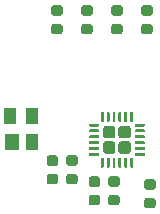
<source format=gbr>
G04 #@! TF.GenerationSoftware,KiCad,Pcbnew,(5.1.2)-2*
G04 #@! TF.CreationDate,2020-04-12T20:05:54-04:00*
G04 #@! TF.ProjectId,usb-serial-interface,7573622d-7365-4726-9961-6c2d696e7465,rev?*
G04 #@! TF.SameCoordinates,Original*
G04 #@! TF.FileFunction,Paste,Top*
G04 #@! TF.FilePolarity,Positive*
%FSLAX46Y46*%
G04 Gerber Fmt 4.6, Leading zero omitted, Abs format (unit mm)*
G04 Created by KiCad (PCBNEW (5.1.2)-2) date 2020-04-12 20:05:54*
%MOMM*%
%LPD*%
G04 APERTURE LIST*
%ADD10R,1.200000X1.400000*%
%ADD11R,1.000000X1.400000*%
%ADD12C,0.100000*%
%ADD13C,0.875000*%
%ADD14C,1.050000*%
%ADD15C,0.250000*%
G04 APERTURE END LIST*
D10*
X97782000Y-83396000D03*
D11*
X99502000Y-83396000D03*
X99502000Y-81196000D03*
X97602000Y-81196000D03*
D12*
G36*
X106957691Y-71801053D02*
G01*
X106978926Y-71804203D01*
X106999750Y-71809419D01*
X107019962Y-71816651D01*
X107039368Y-71825830D01*
X107057781Y-71836866D01*
X107075024Y-71849654D01*
X107090930Y-71864070D01*
X107105346Y-71879976D01*
X107118134Y-71897219D01*
X107129170Y-71915632D01*
X107138349Y-71935038D01*
X107145581Y-71955250D01*
X107150797Y-71976074D01*
X107153947Y-71997309D01*
X107155000Y-72018750D01*
X107155000Y-72456250D01*
X107153947Y-72477691D01*
X107150797Y-72498926D01*
X107145581Y-72519750D01*
X107138349Y-72539962D01*
X107129170Y-72559368D01*
X107118134Y-72577781D01*
X107105346Y-72595024D01*
X107090930Y-72610930D01*
X107075024Y-72625346D01*
X107057781Y-72638134D01*
X107039368Y-72649170D01*
X107019962Y-72658349D01*
X106999750Y-72665581D01*
X106978926Y-72670797D01*
X106957691Y-72673947D01*
X106936250Y-72675000D01*
X106423750Y-72675000D01*
X106402309Y-72673947D01*
X106381074Y-72670797D01*
X106360250Y-72665581D01*
X106340038Y-72658349D01*
X106320632Y-72649170D01*
X106302219Y-72638134D01*
X106284976Y-72625346D01*
X106269070Y-72610930D01*
X106254654Y-72595024D01*
X106241866Y-72577781D01*
X106230830Y-72559368D01*
X106221651Y-72539962D01*
X106214419Y-72519750D01*
X106209203Y-72498926D01*
X106206053Y-72477691D01*
X106205000Y-72456250D01*
X106205000Y-72018750D01*
X106206053Y-71997309D01*
X106209203Y-71976074D01*
X106214419Y-71955250D01*
X106221651Y-71935038D01*
X106230830Y-71915632D01*
X106241866Y-71897219D01*
X106254654Y-71879976D01*
X106269070Y-71864070D01*
X106284976Y-71849654D01*
X106302219Y-71836866D01*
X106320632Y-71825830D01*
X106340038Y-71816651D01*
X106360250Y-71809419D01*
X106381074Y-71804203D01*
X106402309Y-71801053D01*
X106423750Y-71800000D01*
X106936250Y-71800000D01*
X106957691Y-71801053D01*
X106957691Y-71801053D01*
G37*
D13*
X106680000Y-72237500D03*
D12*
G36*
X106957691Y-73376053D02*
G01*
X106978926Y-73379203D01*
X106999750Y-73384419D01*
X107019962Y-73391651D01*
X107039368Y-73400830D01*
X107057781Y-73411866D01*
X107075024Y-73424654D01*
X107090930Y-73439070D01*
X107105346Y-73454976D01*
X107118134Y-73472219D01*
X107129170Y-73490632D01*
X107138349Y-73510038D01*
X107145581Y-73530250D01*
X107150797Y-73551074D01*
X107153947Y-73572309D01*
X107155000Y-73593750D01*
X107155000Y-74031250D01*
X107153947Y-74052691D01*
X107150797Y-74073926D01*
X107145581Y-74094750D01*
X107138349Y-74114962D01*
X107129170Y-74134368D01*
X107118134Y-74152781D01*
X107105346Y-74170024D01*
X107090930Y-74185930D01*
X107075024Y-74200346D01*
X107057781Y-74213134D01*
X107039368Y-74224170D01*
X107019962Y-74233349D01*
X106999750Y-74240581D01*
X106978926Y-74245797D01*
X106957691Y-74248947D01*
X106936250Y-74250000D01*
X106423750Y-74250000D01*
X106402309Y-74248947D01*
X106381074Y-74245797D01*
X106360250Y-74240581D01*
X106340038Y-74233349D01*
X106320632Y-74224170D01*
X106302219Y-74213134D01*
X106284976Y-74200346D01*
X106269070Y-74185930D01*
X106254654Y-74170024D01*
X106241866Y-74152781D01*
X106230830Y-74134368D01*
X106221651Y-74114962D01*
X106214419Y-74094750D01*
X106209203Y-74073926D01*
X106206053Y-74052691D01*
X106205000Y-74031250D01*
X106205000Y-73593750D01*
X106206053Y-73572309D01*
X106209203Y-73551074D01*
X106214419Y-73530250D01*
X106221651Y-73510038D01*
X106230830Y-73490632D01*
X106241866Y-73472219D01*
X106254654Y-73454976D01*
X106269070Y-73439070D01*
X106284976Y-73424654D01*
X106302219Y-73411866D01*
X106320632Y-73400830D01*
X106340038Y-73391651D01*
X106360250Y-73384419D01*
X106381074Y-73379203D01*
X106402309Y-73376053D01*
X106423750Y-73375000D01*
X106936250Y-73375000D01*
X106957691Y-73376053D01*
X106957691Y-73376053D01*
G37*
D13*
X106680000Y-73812500D03*
D12*
G36*
X101877691Y-73376053D02*
G01*
X101898926Y-73379203D01*
X101919750Y-73384419D01*
X101939962Y-73391651D01*
X101959368Y-73400830D01*
X101977781Y-73411866D01*
X101995024Y-73424654D01*
X102010930Y-73439070D01*
X102025346Y-73454976D01*
X102038134Y-73472219D01*
X102049170Y-73490632D01*
X102058349Y-73510038D01*
X102065581Y-73530250D01*
X102070797Y-73551074D01*
X102073947Y-73572309D01*
X102075000Y-73593750D01*
X102075000Y-74031250D01*
X102073947Y-74052691D01*
X102070797Y-74073926D01*
X102065581Y-74094750D01*
X102058349Y-74114962D01*
X102049170Y-74134368D01*
X102038134Y-74152781D01*
X102025346Y-74170024D01*
X102010930Y-74185930D01*
X101995024Y-74200346D01*
X101977781Y-74213134D01*
X101959368Y-74224170D01*
X101939962Y-74233349D01*
X101919750Y-74240581D01*
X101898926Y-74245797D01*
X101877691Y-74248947D01*
X101856250Y-74250000D01*
X101343750Y-74250000D01*
X101322309Y-74248947D01*
X101301074Y-74245797D01*
X101280250Y-74240581D01*
X101260038Y-74233349D01*
X101240632Y-74224170D01*
X101222219Y-74213134D01*
X101204976Y-74200346D01*
X101189070Y-74185930D01*
X101174654Y-74170024D01*
X101161866Y-74152781D01*
X101150830Y-74134368D01*
X101141651Y-74114962D01*
X101134419Y-74094750D01*
X101129203Y-74073926D01*
X101126053Y-74052691D01*
X101125000Y-74031250D01*
X101125000Y-73593750D01*
X101126053Y-73572309D01*
X101129203Y-73551074D01*
X101134419Y-73530250D01*
X101141651Y-73510038D01*
X101150830Y-73490632D01*
X101161866Y-73472219D01*
X101174654Y-73454976D01*
X101189070Y-73439070D01*
X101204976Y-73424654D01*
X101222219Y-73411866D01*
X101240632Y-73400830D01*
X101260038Y-73391651D01*
X101280250Y-73384419D01*
X101301074Y-73379203D01*
X101322309Y-73376053D01*
X101343750Y-73375000D01*
X101856250Y-73375000D01*
X101877691Y-73376053D01*
X101877691Y-73376053D01*
G37*
D13*
X101600000Y-73812500D03*
D12*
G36*
X101877691Y-71801053D02*
G01*
X101898926Y-71804203D01*
X101919750Y-71809419D01*
X101939962Y-71816651D01*
X101959368Y-71825830D01*
X101977781Y-71836866D01*
X101995024Y-71849654D01*
X102010930Y-71864070D01*
X102025346Y-71879976D01*
X102038134Y-71897219D01*
X102049170Y-71915632D01*
X102058349Y-71935038D01*
X102065581Y-71955250D01*
X102070797Y-71976074D01*
X102073947Y-71997309D01*
X102075000Y-72018750D01*
X102075000Y-72456250D01*
X102073947Y-72477691D01*
X102070797Y-72498926D01*
X102065581Y-72519750D01*
X102058349Y-72539962D01*
X102049170Y-72559368D01*
X102038134Y-72577781D01*
X102025346Y-72595024D01*
X102010930Y-72610930D01*
X101995024Y-72625346D01*
X101977781Y-72638134D01*
X101959368Y-72649170D01*
X101939962Y-72658349D01*
X101919750Y-72665581D01*
X101898926Y-72670797D01*
X101877691Y-72673947D01*
X101856250Y-72675000D01*
X101343750Y-72675000D01*
X101322309Y-72673947D01*
X101301074Y-72670797D01*
X101280250Y-72665581D01*
X101260038Y-72658349D01*
X101240632Y-72649170D01*
X101222219Y-72638134D01*
X101204976Y-72625346D01*
X101189070Y-72610930D01*
X101174654Y-72595024D01*
X101161866Y-72577781D01*
X101150830Y-72559368D01*
X101141651Y-72539962D01*
X101134419Y-72519750D01*
X101129203Y-72498926D01*
X101126053Y-72477691D01*
X101125000Y-72456250D01*
X101125000Y-72018750D01*
X101126053Y-71997309D01*
X101129203Y-71976074D01*
X101134419Y-71955250D01*
X101141651Y-71935038D01*
X101150830Y-71915632D01*
X101161866Y-71897219D01*
X101174654Y-71879976D01*
X101189070Y-71864070D01*
X101204976Y-71849654D01*
X101222219Y-71836866D01*
X101240632Y-71825830D01*
X101260038Y-71816651D01*
X101280250Y-71809419D01*
X101301074Y-71804203D01*
X101322309Y-71801053D01*
X101343750Y-71800000D01*
X101856250Y-71800000D01*
X101877691Y-71801053D01*
X101877691Y-71801053D01*
G37*
D13*
X101600000Y-72237500D03*
D12*
G36*
X109751691Y-88108053D02*
G01*
X109772926Y-88111203D01*
X109793750Y-88116419D01*
X109813962Y-88123651D01*
X109833368Y-88132830D01*
X109851781Y-88143866D01*
X109869024Y-88156654D01*
X109884930Y-88171070D01*
X109899346Y-88186976D01*
X109912134Y-88204219D01*
X109923170Y-88222632D01*
X109932349Y-88242038D01*
X109939581Y-88262250D01*
X109944797Y-88283074D01*
X109947947Y-88304309D01*
X109949000Y-88325750D01*
X109949000Y-88763250D01*
X109947947Y-88784691D01*
X109944797Y-88805926D01*
X109939581Y-88826750D01*
X109932349Y-88846962D01*
X109923170Y-88866368D01*
X109912134Y-88884781D01*
X109899346Y-88902024D01*
X109884930Y-88917930D01*
X109869024Y-88932346D01*
X109851781Y-88945134D01*
X109833368Y-88956170D01*
X109813962Y-88965349D01*
X109793750Y-88972581D01*
X109772926Y-88977797D01*
X109751691Y-88980947D01*
X109730250Y-88982000D01*
X109217750Y-88982000D01*
X109196309Y-88980947D01*
X109175074Y-88977797D01*
X109154250Y-88972581D01*
X109134038Y-88965349D01*
X109114632Y-88956170D01*
X109096219Y-88945134D01*
X109078976Y-88932346D01*
X109063070Y-88917930D01*
X109048654Y-88902024D01*
X109035866Y-88884781D01*
X109024830Y-88866368D01*
X109015651Y-88846962D01*
X109008419Y-88826750D01*
X109003203Y-88805926D01*
X109000053Y-88784691D01*
X108999000Y-88763250D01*
X108999000Y-88325750D01*
X109000053Y-88304309D01*
X109003203Y-88283074D01*
X109008419Y-88262250D01*
X109015651Y-88242038D01*
X109024830Y-88222632D01*
X109035866Y-88204219D01*
X109048654Y-88186976D01*
X109063070Y-88171070D01*
X109078976Y-88156654D01*
X109096219Y-88143866D01*
X109114632Y-88132830D01*
X109134038Y-88123651D01*
X109154250Y-88116419D01*
X109175074Y-88111203D01*
X109196309Y-88108053D01*
X109217750Y-88107000D01*
X109730250Y-88107000D01*
X109751691Y-88108053D01*
X109751691Y-88108053D01*
G37*
D13*
X109474000Y-88544500D03*
D12*
G36*
X109751691Y-86533053D02*
G01*
X109772926Y-86536203D01*
X109793750Y-86541419D01*
X109813962Y-86548651D01*
X109833368Y-86557830D01*
X109851781Y-86568866D01*
X109869024Y-86581654D01*
X109884930Y-86596070D01*
X109899346Y-86611976D01*
X109912134Y-86629219D01*
X109923170Y-86647632D01*
X109932349Y-86667038D01*
X109939581Y-86687250D01*
X109944797Y-86708074D01*
X109947947Y-86729309D01*
X109949000Y-86750750D01*
X109949000Y-87188250D01*
X109947947Y-87209691D01*
X109944797Y-87230926D01*
X109939581Y-87251750D01*
X109932349Y-87271962D01*
X109923170Y-87291368D01*
X109912134Y-87309781D01*
X109899346Y-87327024D01*
X109884930Y-87342930D01*
X109869024Y-87357346D01*
X109851781Y-87370134D01*
X109833368Y-87381170D01*
X109813962Y-87390349D01*
X109793750Y-87397581D01*
X109772926Y-87402797D01*
X109751691Y-87405947D01*
X109730250Y-87407000D01*
X109217750Y-87407000D01*
X109196309Y-87405947D01*
X109175074Y-87402797D01*
X109154250Y-87397581D01*
X109134038Y-87390349D01*
X109114632Y-87381170D01*
X109096219Y-87370134D01*
X109078976Y-87357346D01*
X109063070Y-87342930D01*
X109048654Y-87327024D01*
X109035866Y-87309781D01*
X109024830Y-87291368D01*
X109015651Y-87271962D01*
X109008419Y-87251750D01*
X109003203Y-87230926D01*
X109000053Y-87209691D01*
X108999000Y-87188250D01*
X108999000Y-86750750D01*
X109000053Y-86729309D01*
X109003203Y-86708074D01*
X109008419Y-86687250D01*
X109015651Y-86667038D01*
X109024830Y-86647632D01*
X109035866Y-86629219D01*
X109048654Y-86611976D01*
X109063070Y-86596070D01*
X109078976Y-86581654D01*
X109096219Y-86568866D01*
X109114632Y-86557830D01*
X109134038Y-86548651D01*
X109154250Y-86541419D01*
X109175074Y-86536203D01*
X109196309Y-86533053D01*
X109217750Y-86532000D01*
X109730250Y-86532000D01*
X109751691Y-86533053D01*
X109751691Y-86533053D01*
G37*
D13*
X109474000Y-86969500D03*
D12*
G36*
X109497691Y-71801053D02*
G01*
X109518926Y-71804203D01*
X109539750Y-71809419D01*
X109559962Y-71816651D01*
X109579368Y-71825830D01*
X109597781Y-71836866D01*
X109615024Y-71849654D01*
X109630930Y-71864070D01*
X109645346Y-71879976D01*
X109658134Y-71897219D01*
X109669170Y-71915632D01*
X109678349Y-71935038D01*
X109685581Y-71955250D01*
X109690797Y-71976074D01*
X109693947Y-71997309D01*
X109695000Y-72018750D01*
X109695000Y-72456250D01*
X109693947Y-72477691D01*
X109690797Y-72498926D01*
X109685581Y-72519750D01*
X109678349Y-72539962D01*
X109669170Y-72559368D01*
X109658134Y-72577781D01*
X109645346Y-72595024D01*
X109630930Y-72610930D01*
X109615024Y-72625346D01*
X109597781Y-72638134D01*
X109579368Y-72649170D01*
X109559962Y-72658349D01*
X109539750Y-72665581D01*
X109518926Y-72670797D01*
X109497691Y-72673947D01*
X109476250Y-72675000D01*
X108963750Y-72675000D01*
X108942309Y-72673947D01*
X108921074Y-72670797D01*
X108900250Y-72665581D01*
X108880038Y-72658349D01*
X108860632Y-72649170D01*
X108842219Y-72638134D01*
X108824976Y-72625346D01*
X108809070Y-72610930D01*
X108794654Y-72595024D01*
X108781866Y-72577781D01*
X108770830Y-72559368D01*
X108761651Y-72539962D01*
X108754419Y-72519750D01*
X108749203Y-72498926D01*
X108746053Y-72477691D01*
X108745000Y-72456250D01*
X108745000Y-72018750D01*
X108746053Y-71997309D01*
X108749203Y-71976074D01*
X108754419Y-71955250D01*
X108761651Y-71935038D01*
X108770830Y-71915632D01*
X108781866Y-71897219D01*
X108794654Y-71879976D01*
X108809070Y-71864070D01*
X108824976Y-71849654D01*
X108842219Y-71836866D01*
X108860632Y-71825830D01*
X108880038Y-71816651D01*
X108900250Y-71809419D01*
X108921074Y-71804203D01*
X108942309Y-71801053D01*
X108963750Y-71800000D01*
X109476250Y-71800000D01*
X109497691Y-71801053D01*
X109497691Y-71801053D01*
G37*
D13*
X109220000Y-72237500D03*
D12*
G36*
X109497691Y-73376053D02*
G01*
X109518926Y-73379203D01*
X109539750Y-73384419D01*
X109559962Y-73391651D01*
X109579368Y-73400830D01*
X109597781Y-73411866D01*
X109615024Y-73424654D01*
X109630930Y-73439070D01*
X109645346Y-73454976D01*
X109658134Y-73472219D01*
X109669170Y-73490632D01*
X109678349Y-73510038D01*
X109685581Y-73530250D01*
X109690797Y-73551074D01*
X109693947Y-73572309D01*
X109695000Y-73593750D01*
X109695000Y-74031250D01*
X109693947Y-74052691D01*
X109690797Y-74073926D01*
X109685581Y-74094750D01*
X109678349Y-74114962D01*
X109669170Y-74134368D01*
X109658134Y-74152781D01*
X109645346Y-74170024D01*
X109630930Y-74185930D01*
X109615024Y-74200346D01*
X109597781Y-74213134D01*
X109579368Y-74224170D01*
X109559962Y-74233349D01*
X109539750Y-74240581D01*
X109518926Y-74245797D01*
X109497691Y-74248947D01*
X109476250Y-74250000D01*
X108963750Y-74250000D01*
X108942309Y-74248947D01*
X108921074Y-74245797D01*
X108900250Y-74240581D01*
X108880038Y-74233349D01*
X108860632Y-74224170D01*
X108842219Y-74213134D01*
X108824976Y-74200346D01*
X108809070Y-74185930D01*
X108794654Y-74170024D01*
X108781866Y-74152781D01*
X108770830Y-74134368D01*
X108761651Y-74114962D01*
X108754419Y-74094750D01*
X108749203Y-74073926D01*
X108746053Y-74052691D01*
X108745000Y-74031250D01*
X108745000Y-73593750D01*
X108746053Y-73572309D01*
X108749203Y-73551074D01*
X108754419Y-73530250D01*
X108761651Y-73510038D01*
X108770830Y-73490632D01*
X108781866Y-73472219D01*
X108794654Y-73454976D01*
X108809070Y-73439070D01*
X108824976Y-73424654D01*
X108842219Y-73411866D01*
X108860632Y-73400830D01*
X108880038Y-73391651D01*
X108900250Y-73384419D01*
X108921074Y-73379203D01*
X108942309Y-73376053D01*
X108963750Y-73375000D01*
X109476250Y-73375000D01*
X109497691Y-73376053D01*
X109497691Y-73376053D01*
G37*
D13*
X109220000Y-73812500D03*
D12*
G36*
X104417691Y-73376053D02*
G01*
X104438926Y-73379203D01*
X104459750Y-73384419D01*
X104479962Y-73391651D01*
X104499368Y-73400830D01*
X104517781Y-73411866D01*
X104535024Y-73424654D01*
X104550930Y-73439070D01*
X104565346Y-73454976D01*
X104578134Y-73472219D01*
X104589170Y-73490632D01*
X104598349Y-73510038D01*
X104605581Y-73530250D01*
X104610797Y-73551074D01*
X104613947Y-73572309D01*
X104615000Y-73593750D01*
X104615000Y-74031250D01*
X104613947Y-74052691D01*
X104610797Y-74073926D01*
X104605581Y-74094750D01*
X104598349Y-74114962D01*
X104589170Y-74134368D01*
X104578134Y-74152781D01*
X104565346Y-74170024D01*
X104550930Y-74185930D01*
X104535024Y-74200346D01*
X104517781Y-74213134D01*
X104499368Y-74224170D01*
X104479962Y-74233349D01*
X104459750Y-74240581D01*
X104438926Y-74245797D01*
X104417691Y-74248947D01*
X104396250Y-74250000D01*
X103883750Y-74250000D01*
X103862309Y-74248947D01*
X103841074Y-74245797D01*
X103820250Y-74240581D01*
X103800038Y-74233349D01*
X103780632Y-74224170D01*
X103762219Y-74213134D01*
X103744976Y-74200346D01*
X103729070Y-74185930D01*
X103714654Y-74170024D01*
X103701866Y-74152781D01*
X103690830Y-74134368D01*
X103681651Y-74114962D01*
X103674419Y-74094750D01*
X103669203Y-74073926D01*
X103666053Y-74052691D01*
X103665000Y-74031250D01*
X103665000Y-73593750D01*
X103666053Y-73572309D01*
X103669203Y-73551074D01*
X103674419Y-73530250D01*
X103681651Y-73510038D01*
X103690830Y-73490632D01*
X103701866Y-73472219D01*
X103714654Y-73454976D01*
X103729070Y-73439070D01*
X103744976Y-73424654D01*
X103762219Y-73411866D01*
X103780632Y-73400830D01*
X103800038Y-73391651D01*
X103820250Y-73384419D01*
X103841074Y-73379203D01*
X103862309Y-73376053D01*
X103883750Y-73375000D01*
X104396250Y-73375000D01*
X104417691Y-73376053D01*
X104417691Y-73376053D01*
G37*
D13*
X104140000Y-73812500D03*
D12*
G36*
X104417691Y-71801053D02*
G01*
X104438926Y-71804203D01*
X104459750Y-71809419D01*
X104479962Y-71816651D01*
X104499368Y-71825830D01*
X104517781Y-71836866D01*
X104535024Y-71849654D01*
X104550930Y-71864070D01*
X104565346Y-71879976D01*
X104578134Y-71897219D01*
X104589170Y-71915632D01*
X104598349Y-71935038D01*
X104605581Y-71955250D01*
X104610797Y-71976074D01*
X104613947Y-71997309D01*
X104615000Y-72018750D01*
X104615000Y-72456250D01*
X104613947Y-72477691D01*
X104610797Y-72498926D01*
X104605581Y-72519750D01*
X104598349Y-72539962D01*
X104589170Y-72559368D01*
X104578134Y-72577781D01*
X104565346Y-72595024D01*
X104550930Y-72610930D01*
X104535024Y-72625346D01*
X104517781Y-72638134D01*
X104499368Y-72649170D01*
X104479962Y-72658349D01*
X104459750Y-72665581D01*
X104438926Y-72670797D01*
X104417691Y-72673947D01*
X104396250Y-72675000D01*
X103883750Y-72675000D01*
X103862309Y-72673947D01*
X103841074Y-72670797D01*
X103820250Y-72665581D01*
X103800038Y-72658349D01*
X103780632Y-72649170D01*
X103762219Y-72638134D01*
X103744976Y-72625346D01*
X103729070Y-72610930D01*
X103714654Y-72595024D01*
X103701866Y-72577781D01*
X103690830Y-72559368D01*
X103681651Y-72539962D01*
X103674419Y-72519750D01*
X103669203Y-72498926D01*
X103666053Y-72477691D01*
X103665000Y-72456250D01*
X103665000Y-72018750D01*
X103666053Y-71997309D01*
X103669203Y-71976074D01*
X103674419Y-71955250D01*
X103681651Y-71935038D01*
X103690830Y-71915632D01*
X103701866Y-71897219D01*
X103714654Y-71879976D01*
X103729070Y-71864070D01*
X103744976Y-71849654D01*
X103762219Y-71836866D01*
X103780632Y-71825830D01*
X103800038Y-71816651D01*
X103820250Y-71809419D01*
X103841074Y-71804203D01*
X103862309Y-71801053D01*
X103883750Y-71800000D01*
X104396250Y-71800000D01*
X104417691Y-71801053D01*
X104417691Y-71801053D01*
G37*
D13*
X104140000Y-72237500D03*
D12*
G36*
X106329505Y-82011204D02*
G01*
X106353773Y-82014804D01*
X106377572Y-82020765D01*
X106400671Y-82029030D01*
X106422850Y-82039520D01*
X106443893Y-82052132D01*
X106463599Y-82066747D01*
X106481777Y-82083223D01*
X106498253Y-82101401D01*
X106512868Y-82121107D01*
X106525480Y-82142150D01*
X106535970Y-82164329D01*
X106544235Y-82187428D01*
X106550196Y-82211227D01*
X106553796Y-82235495D01*
X106555000Y-82259999D01*
X106555000Y-82810001D01*
X106553796Y-82834505D01*
X106550196Y-82858773D01*
X106544235Y-82882572D01*
X106535970Y-82905671D01*
X106525480Y-82927850D01*
X106512868Y-82948893D01*
X106498253Y-82968599D01*
X106481777Y-82986777D01*
X106463599Y-83003253D01*
X106443893Y-83017868D01*
X106422850Y-83030480D01*
X106400671Y-83040970D01*
X106377572Y-83049235D01*
X106353773Y-83055196D01*
X106329505Y-83058796D01*
X106305001Y-83060000D01*
X105754999Y-83060000D01*
X105730495Y-83058796D01*
X105706227Y-83055196D01*
X105682428Y-83049235D01*
X105659329Y-83040970D01*
X105637150Y-83030480D01*
X105616107Y-83017868D01*
X105596401Y-83003253D01*
X105578223Y-82986777D01*
X105561747Y-82968599D01*
X105547132Y-82948893D01*
X105534520Y-82927850D01*
X105524030Y-82905671D01*
X105515765Y-82882572D01*
X105509804Y-82858773D01*
X105506204Y-82834505D01*
X105505000Y-82810001D01*
X105505000Y-82259999D01*
X105506204Y-82235495D01*
X105509804Y-82211227D01*
X105515765Y-82187428D01*
X105524030Y-82164329D01*
X105534520Y-82142150D01*
X105547132Y-82121107D01*
X105561747Y-82101401D01*
X105578223Y-82083223D01*
X105596401Y-82066747D01*
X105616107Y-82052132D01*
X105637150Y-82039520D01*
X105659329Y-82029030D01*
X105682428Y-82020765D01*
X105706227Y-82014804D01*
X105730495Y-82011204D01*
X105754999Y-82010000D01*
X106305001Y-82010000D01*
X106329505Y-82011204D01*
X106329505Y-82011204D01*
G37*
D14*
X106030000Y-82535000D03*
D12*
G36*
X106329505Y-83311204D02*
G01*
X106353773Y-83314804D01*
X106377572Y-83320765D01*
X106400671Y-83329030D01*
X106422850Y-83339520D01*
X106443893Y-83352132D01*
X106463599Y-83366747D01*
X106481777Y-83383223D01*
X106498253Y-83401401D01*
X106512868Y-83421107D01*
X106525480Y-83442150D01*
X106535970Y-83464329D01*
X106544235Y-83487428D01*
X106550196Y-83511227D01*
X106553796Y-83535495D01*
X106555000Y-83559999D01*
X106555000Y-84110001D01*
X106553796Y-84134505D01*
X106550196Y-84158773D01*
X106544235Y-84182572D01*
X106535970Y-84205671D01*
X106525480Y-84227850D01*
X106512868Y-84248893D01*
X106498253Y-84268599D01*
X106481777Y-84286777D01*
X106463599Y-84303253D01*
X106443893Y-84317868D01*
X106422850Y-84330480D01*
X106400671Y-84340970D01*
X106377572Y-84349235D01*
X106353773Y-84355196D01*
X106329505Y-84358796D01*
X106305001Y-84360000D01*
X105754999Y-84360000D01*
X105730495Y-84358796D01*
X105706227Y-84355196D01*
X105682428Y-84349235D01*
X105659329Y-84340970D01*
X105637150Y-84330480D01*
X105616107Y-84317868D01*
X105596401Y-84303253D01*
X105578223Y-84286777D01*
X105561747Y-84268599D01*
X105547132Y-84248893D01*
X105534520Y-84227850D01*
X105524030Y-84205671D01*
X105515765Y-84182572D01*
X105509804Y-84158773D01*
X105506204Y-84134505D01*
X105505000Y-84110001D01*
X105505000Y-83559999D01*
X105506204Y-83535495D01*
X105509804Y-83511227D01*
X105515765Y-83487428D01*
X105524030Y-83464329D01*
X105534520Y-83442150D01*
X105547132Y-83421107D01*
X105561747Y-83401401D01*
X105578223Y-83383223D01*
X105596401Y-83366747D01*
X105616107Y-83352132D01*
X105637150Y-83339520D01*
X105659329Y-83329030D01*
X105682428Y-83320765D01*
X105706227Y-83314804D01*
X105730495Y-83311204D01*
X105754999Y-83310000D01*
X106305001Y-83310000D01*
X106329505Y-83311204D01*
X106329505Y-83311204D01*
G37*
D14*
X106030000Y-83835000D03*
D12*
G36*
X107629505Y-82011204D02*
G01*
X107653773Y-82014804D01*
X107677572Y-82020765D01*
X107700671Y-82029030D01*
X107722850Y-82039520D01*
X107743893Y-82052132D01*
X107763599Y-82066747D01*
X107781777Y-82083223D01*
X107798253Y-82101401D01*
X107812868Y-82121107D01*
X107825480Y-82142150D01*
X107835970Y-82164329D01*
X107844235Y-82187428D01*
X107850196Y-82211227D01*
X107853796Y-82235495D01*
X107855000Y-82259999D01*
X107855000Y-82810001D01*
X107853796Y-82834505D01*
X107850196Y-82858773D01*
X107844235Y-82882572D01*
X107835970Y-82905671D01*
X107825480Y-82927850D01*
X107812868Y-82948893D01*
X107798253Y-82968599D01*
X107781777Y-82986777D01*
X107763599Y-83003253D01*
X107743893Y-83017868D01*
X107722850Y-83030480D01*
X107700671Y-83040970D01*
X107677572Y-83049235D01*
X107653773Y-83055196D01*
X107629505Y-83058796D01*
X107605001Y-83060000D01*
X107054999Y-83060000D01*
X107030495Y-83058796D01*
X107006227Y-83055196D01*
X106982428Y-83049235D01*
X106959329Y-83040970D01*
X106937150Y-83030480D01*
X106916107Y-83017868D01*
X106896401Y-83003253D01*
X106878223Y-82986777D01*
X106861747Y-82968599D01*
X106847132Y-82948893D01*
X106834520Y-82927850D01*
X106824030Y-82905671D01*
X106815765Y-82882572D01*
X106809804Y-82858773D01*
X106806204Y-82834505D01*
X106805000Y-82810001D01*
X106805000Y-82259999D01*
X106806204Y-82235495D01*
X106809804Y-82211227D01*
X106815765Y-82187428D01*
X106824030Y-82164329D01*
X106834520Y-82142150D01*
X106847132Y-82121107D01*
X106861747Y-82101401D01*
X106878223Y-82083223D01*
X106896401Y-82066747D01*
X106916107Y-82052132D01*
X106937150Y-82039520D01*
X106959329Y-82029030D01*
X106982428Y-82020765D01*
X107006227Y-82014804D01*
X107030495Y-82011204D01*
X107054999Y-82010000D01*
X107605001Y-82010000D01*
X107629505Y-82011204D01*
X107629505Y-82011204D01*
G37*
D14*
X107330000Y-82535000D03*
D12*
G36*
X107629505Y-83311204D02*
G01*
X107653773Y-83314804D01*
X107677572Y-83320765D01*
X107700671Y-83329030D01*
X107722850Y-83339520D01*
X107743893Y-83352132D01*
X107763599Y-83366747D01*
X107781777Y-83383223D01*
X107798253Y-83401401D01*
X107812868Y-83421107D01*
X107825480Y-83442150D01*
X107835970Y-83464329D01*
X107844235Y-83487428D01*
X107850196Y-83511227D01*
X107853796Y-83535495D01*
X107855000Y-83559999D01*
X107855000Y-84110001D01*
X107853796Y-84134505D01*
X107850196Y-84158773D01*
X107844235Y-84182572D01*
X107835970Y-84205671D01*
X107825480Y-84227850D01*
X107812868Y-84248893D01*
X107798253Y-84268599D01*
X107781777Y-84286777D01*
X107763599Y-84303253D01*
X107743893Y-84317868D01*
X107722850Y-84330480D01*
X107700671Y-84340970D01*
X107677572Y-84349235D01*
X107653773Y-84355196D01*
X107629505Y-84358796D01*
X107605001Y-84360000D01*
X107054999Y-84360000D01*
X107030495Y-84358796D01*
X107006227Y-84355196D01*
X106982428Y-84349235D01*
X106959329Y-84340970D01*
X106937150Y-84330480D01*
X106916107Y-84317868D01*
X106896401Y-84303253D01*
X106878223Y-84286777D01*
X106861747Y-84268599D01*
X106847132Y-84248893D01*
X106834520Y-84227850D01*
X106824030Y-84205671D01*
X106815765Y-84182572D01*
X106809804Y-84158773D01*
X106806204Y-84134505D01*
X106805000Y-84110001D01*
X106805000Y-83559999D01*
X106806204Y-83535495D01*
X106809804Y-83511227D01*
X106815765Y-83487428D01*
X106824030Y-83464329D01*
X106834520Y-83442150D01*
X106847132Y-83421107D01*
X106861747Y-83401401D01*
X106878223Y-83383223D01*
X106896401Y-83366747D01*
X106916107Y-83352132D01*
X106937150Y-83339520D01*
X106959329Y-83329030D01*
X106982428Y-83320765D01*
X107006227Y-83314804D01*
X107030495Y-83311204D01*
X107054999Y-83310000D01*
X107605001Y-83310000D01*
X107629505Y-83311204D01*
X107629505Y-83311204D01*
G37*
D14*
X107330000Y-83835000D03*
D12*
G36*
X105098626Y-81810301D02*
G01*
X105104693Y-81811201D01*
X105110643Y-81812691D01*
X105116418Y-81814758D01*
X105121962Y-81817380D01*
X105127223Y-81820533D01*
X105132150Y-81824187D01*
X105136694Y-81828306D01*
X105140813Y-81832850D01*
X105144467Y-81837777D01*
X105147620Y-81843038D01*
X105150242Y-81848582D01*
X105152309Y-81854357D01*
X105153799Y-81860307D01*
X105154699Y-81866374D01*
X105155000Y-81872500D01*
X105155000Y-81997500D01*
X105154699Y-82003626D01*
X105153799Y-82009693D01*
X105152309Y-82015643D01*
X105150242Y-82021418D01*
X105147620Y-82026962D01*
X105144467Y-82032223D01*
X105140813Y-82037150D01*
X105136694Y-82041694D01*
X105132150Y-82045813D01*
X105127223Y-82049467D01*
X105121962Y-82052620D01*
X105116418Y-82055242D01*
X105110643Y-82057309D01*
X105104693Y-82058799D01*
X105098626Y-82059699D01*
X105092500Y-82060000D01*
X104392500Y-82060000D01*
X104386374Y-82059699D01*
X104380307Y-82058799D01*
X104374357Y-82057309D01*
X104368582Y-82055242D01*
X104363038Y-82052620D01*
X104357777Y-82049467D01*
X104352850Y-82045813D01*
X104348306Y-82041694D01*
X104344187Y-82037150D01*
X104340533Y-82032223D01*
X104337380Y-82026962D01*
X104334758Y-82021418D01*
X104332691Y-82015643D01*
X104331201Y-82009693D01*
X104330301Y-82003626D01*
X104330000Y-81997500D01*
X104330000Y-81872500D01*
X104330301Y-81866374D01*
X104331201Y-81860307D01*
X104332691Y-81854357D01*
X104334758Y-81848582D01*
X104337380Y-81843038D01*
X104340533Y-81837777D01*
X104344187Y-81832850D01*
X104348306Y-81828306D01*
X104352850Y-81824187D01*
X104357777Y-81820533D01*
X104363038Y-81817380D01*
X104368582Y-81814758D01*
X104374357Y-81812691D01*
X104380307Y-81811201D01*
X104386374Y-81810301D01*
X104392500Y-81810000D01*
X105092500Y-81810000D01*
X105098626Y-81810301D01*
X105098626Y-81810301D01*
G37*
D15*
X104742500Y-81935000D03*
D12*
G36*
X105098626Y-82310301D02*
G01*
X105104693Y-82311201D01*
X105110643Y-82312691D01*
X105116418Y-82314758D01*
X105121962Y-82317380D01*
X105127223Y-82320533D01*
X105132150Y-82324187D01*
X105136694Y-82328306D01*
X105140813Y-82332850D01*
X105144467Y-82337777D01*
X105147620Y-82343038D01*
X105150242Y-82348582D01*
X105152309Y-82354357D01*
X105153799Y-82360307D01*
X105154699Y-82366374D01*
X105155000Y-82372500D01*
X105155000Y-82497500D01*
X105154699Y-82503626D01*
X105153799Y-82509693D01*
X105152309Y-82515643D01*
X105150242Y-82521418D01*
X105147620Y-82526962D01*
X105144467Y-82532223D01*
X105140813Y-82537150D01*
X105136694Y-82541694D01*
X105132150Y-82545813D01*
X105127223Y-82549467D01*
X105121962Y-82552620D01*
X105116418Y-82555242D01*
X105110643Y-82557309D01*
X105104693Y-82558799D01*
X105098626Y-82559699D01*
X105092500Y-82560000D01*
X104392500Y-82560000D01*
X104386374Y-82559699D01*
X104380307Y-82558799D01*
X104374357Y-82557309D01*
X104368582Y-82555242D01*
X104363038Y-82552620D01*
X104357777Y-82549467D01*
X104352850Y-82545813D01*
X104348306Y-82541694D01*
X104344187Y-82537150D01*
X104340533Y-82532223D01*
X104337380Y-82526962D01*
X104334758Y-82521418D01*
X104332691Y-82515643D01*
X104331201Y-82509693D01*
X104330301Y-82503626D01*
X104330000Y-82497500D01*
X104330000Y-82372500D01*
X104330301Y-82366374D01*
X104331201Y-82360307D01*
X104332691Y-82354357D01*
X104334758Y-82348582D01*
X104337380Y-82343038D01*
X104340533Y-82337777D01*
X104344187Y-82332850D01*
X104348306Y-82328306D01*
X104352850Y-82324187D01*
X104357777Y-82320533D01*
X104363038Y-82317380D01*
X104368582Y-82314758D01*
X104374357Y-82312691D01*
X104380307Y-82311201D01*
X104386374Y-82310301D01*
X104392500Y-82310000D01*
X105092500Y-82310000D01*
X105098626Y-82310301D01*
X105098626Y-82310301D01*
G37*
D15*
X104742500Y-82435000D03*
D12*
G36*
X105098626Y-82810301D02*
G01*
X105104693Y-82811201D01*
X105110643Y-82812691D01*
X105116418Y-82814758D01*
X105121962Y-82817380D01*
X105127223Y-82820533D01*
X105132150Y-82824187D01*
X105136694Y-82828306D01*
X105140813Y-82832850D01*
X105144467Y-82837777D01*
X105147620Y-82843038D01*
X105150242Y-82848582D01*
X105152309Y-82854357D01*
X105153799Y-82860307D01*
X105154699Y-82866374D01*
X105155000Y-82872500D01*
X105155000Y-82997500D01*
X105154699Y-83003626D01*
X105153799Y-83009693D01*
X105152309Y-83015643D01*
X105150242Y-83021418D01*
X105147620Y-83026962D01*
X105144467Y-83032223D01*
X105140813Y-83037150D01*
X105136694Y-83041694D01*
X105132150Y-83045813D01*
X105127223Y-83049467D01*
X105121962Y-83052620D01*
X105116418Y-83055242D01*
X105110643Y-83057309D01*
X105104693Y-83058799D01*
X105098626Y-83059699D01*
X105092500Y-83060000D01*
X104392500Y-83060000D01*
X104386374Y-83059699D01*
X104380307Y-83058799D01*
X104374357Y-83057309D01*
X104368582Y-83055242D01*
X104363038Y-83052620D01*
X104357777Y-83049467D01*
X104352850Y-83045813D01*
X104348306Y-83041694D01*
X104344187Y-83037150D01*
X104340533Y-83032223D01*
X104337380Y-83026962D01*
X104334758Y-83021418D01*
X104332691Y-83015643D01*
X104331201Y-83009693D01*
X104330301Y-83003626D01*
X104330000Y-82997500D01*
X104330000Y-82872500D01*
X104330301Y-82866374D01*
X104331201Y-82860307D01*
X104332691Y-82854357D01*
X104334758Y-82848582D01*
X104337380Y-82843038D01*
X104340533Y-82837777D01*
X104344187Y-82832850D01*
X104348306Y-82828306D01*
X104352850Y-82824187D01*
X104357777Y-82820533D01*
X104363038Y-82817380D01*
X104368582Y-82814758D01*
X104374357Y-82812691D01*
X104380307Y-82811201D01*
X104386374Y-82810301D01*
X104392500Y-82810000D01*
X105092500Y-82810000D01*
X105098626Y-82810301D01*
X105098626Y-82810301D01*
G37*
D15*
X104742500Y-82935000D03*
D12*
G36*
X105098626Y-83310301D02*
G01*
X105104693Y-83311201D01*
X105110643Y-83312691D01*
X105116418Y-83314758D01*
X105121962Y-83317380D01*
X105127223Y-83320533D01*
X105132150Y-83324187D01*
X105136694Y-83328306D01*
X105140813Y-83332850D01*
X105144467Y-83337777D01*
X105147620Y-83343038D01*
X105150242Y-83348582D01*
X105152309Y-83354357D01*
X105153799Y-83360307D01*
X105154699Y-83366374D01*
X105155000Y-83372500D01*
X105155000Y-83497500D01*
X105154699Y-83503626D01*
X105153799Y-83509693D01*
X105152309Y-83515643D01*
X105150242Y-83521418D01*
X105147620Y-83526962D01*
X105144467Y-83532223D01*
X105140813Y-83537150D01*
X105136694Y-83541694D01*
X105132150Y-83545813D01*
X105127223Y-83549467D01*
X105121962Y-83552620D01*
X105116418Y-83555242D01*
X105110643Y-83557309D01*
X105104693Y-83558799D01*
X105098626Y-83559699D01*
X105092500Y-83560000D01*
X104392500Y-83560000D01*
X104386374Y-83559699D01*
X104380307Y-83558799D01*
X104374357Y-83557309D01*
X104368582Y-83555242D01*
X104363038Y-83552620D01*
X104357777Y-83549467D01*
X104352850Y-83545813D01*
X104348306Y-83541694D01*
X104344187Y-83537150D01*
X104340533Y-83532223D01*
X104337380Y-83526962D01*
X104334758Y-83521418D01*
X104332691Y-83515643D01*
X104331201Y-83509693D01*
X104330301Y-83503626D01*
X104330000Y-83497500D01*
X104330000Y-83372500D01*
X104330301Y-83366374D01*
X104331201Y-83360307D01*
X104332691Y-83354357D01*
X104334758Y-83348582D01*
X104337380Y-83343038D01*
X104340533Y-83337777D01*
X104344187Y-83332850D01*
X104348306Y-83328306D01*
X104352850Y-83324187D01*
X104357777Y-83320533D01*
X104363038Y-83317380D01*
X104368582Y-83314758D01*
X104374357Y-83312691D01*
X104380307Y-83311201D01*
X104386374Y-83310301D01*
X104392500Y-83310000D01*
X105092500Y-83310000D01*
X105098626Y-83310301D01*
X105098626Y-83310301D01*
G37*
D15*
X104742500Y-83435000D03*
D12*
G36*
X105098626Y-83810301D02*
G01*
X105104693Y-83811201D01*
X105110643Y-83812691D01*
X105116418Y-83814758D01*
X105121962Y-83817380D01*
X105127223Y-83820533D01*
X105132150Y-83824187D01*
X105136694Y-83828306D01*
X105140813Y-83832850D01*
X105144467Y-83837777D01*
X105147620Y-83843038D01*
X105150242Y-83848582D01*
X105152309Y-83854357D01*
X105153799Y-83860307D01*
X105154699Y-83866374D01*
X105155000Y-83872500D01*
X105155000Y-83997500D01*
X105154699Y-84003626D01*
X105153799Y-84009693D01*
X105152309Y-84015643D01*
X105150242Y-84021418D01*
X105147620Y-84026962D01*
X105144467Y-84032223D01*
X105140813Y-84037150D01*
X105136694Y-84041694D01*
X105132150Y-84045813D01*
X105127223Y-84049467D01*
X105121962Y-84052620D01*
X105116418Y-84055242D01*
X105110643Y-84057309D01*
X105104693Y-84058799D01*
X105098626Y-84059699D01*
X105092500Y-84060000D01*
X104392500Y-84060000D01*
X104386374Y-84059699D01*
X104380307Y-84058799D01*
X104374357Y-84057309D01*
X104368582Y-84055242D01*
X104363038Y-84052620D01*
X104357777Y-84049467D01*
X104352850Y-84045813D01*
X104348306Y-84041694D01*
X104344187Y-84037150D01*
X104340533Y-84032223D01*
X104337380Y-84026962D01*
X104334758Y-84021418D01*
X104332691Y-84015643D01*
X104331201Y-84009693D01*
X104330301Y-84003626D01*
X104330000Y-83997500D01*
X104330000Y-83872500D01*
X104330301Y-83866374D01*
X104331201Y-83860307D01*
X104332691Y-83854357D01*
X104334758Y-83848582D01*
X104337380Y-83843038D01*
X104340533Y-83837777D01*
X104344187Y-83832850D01*
X104348306Y-83828306D01*
X104352850Y-83824187D01*
X104357777Y-83820533D01*
X104363038Y-83817380D01*
X104368582Y-83814758D01*
X104374357Y-83812691D01*
X104380307Y-83811201D01*
X104386374Y-83810301D01*
X104392500Y-83810000D01*
X105092500Y-83810000D01*
X105098626Y-83810301D01*
X105098626Y-83810301D01*
G37*
D15*
X104742500Y-83935000D03*
D12*
G36*
X105098626Y-84310301D02*
G01*
X105104693Y-84311201D01*
X105110643Y-84312691D01*
X105116418Y-84314758D01*
X105121962Y-84317380D01*
X105127223Y-84320533D01*
X105132150Y-84324187D01*
X105136694Y-84328306D01*
X105140813Y-84332850D01*
X105144467Y-84337777D01*
X105147620Y-84343038D01*
X105150242Y-84348582D01*
X105152309Y-84354357D01*
X105153799Y-84360307D01*
X105154699Y-84366374D01*
X105155000Y-84372500D01*
X105155000Y-84497500D01*
X105154699Y-84503626D01*
X105153799Y-84509693D01*
X105152309Y-84515643D01*
X105150242Y-84521418D01*
X105147620Y-84526962D01*
X105144467Y-84532223D01*
X105140813Y-84537150D01*
X105136694Y-84541694D01*
X105132150Y-84545813D01*
X105127223Y-84549467D01*
X105121962Y-84552620D01*
X105116418Y-84555242D01*
X105110643Y-84557309D01*
X105104693Y-84558799D01*
X105098626Y-84559699D01*
X105092500Y-84560000D01*
X104392500Y-84560000D01*
X104386374Y-84559699D01*
X104380307Y-84558799D01*
X104374357Y-84557309D01*
X104368582Y-84555242D01*
X104363038Y-84552620D01*
X104357777Y-84549467D01*
X104352850Y-84545813D01*
X104348306Y-84541694D01*
X104344187Y-84537150D01*
X104340533Y-84532223D01*
X104337380Y-84526962D01*
X104334758Y-84521418D01*
X104332691Y-84515643D01*
X104331201Y-84509693D01*
X104330301Y-84503626D01*
X104330000Y-84497500D01*
X104330000Y-84372500D01*
X104330301Y-84366374D01*
X104331201Y-84360307D01*
X104332691Y-84354357D01*
X104334758Y-84348582D01*
X104337380Y-84343038D01*
X104340533Y-84337777D01*
X104344187Y-84332850D01*
X104348306Y-84328306D01*
X104352850Y-84324187D01*
X104357777Y-84320533D01*
X104363038Y-84317380D01*
X104368582Y-84314758D01*
X104374357Y-84312691D01*
X104380307Y-84311201D01*
X104386374Y-84310301D01*
X104392500Y-84310000D01*
X105092500Y-84310000D01*
X105098626Y-84310301D01*
X105098626Y-84310301D01*
G37*
D15*
X104742500Y-84435000D03*
D12*
G36*
X105498626Y-84710301D02*
G01*
X105504693Y-84711201D01*
X105510643Y-84712691D01*
X105516418Y-84714758D01*
X105521962Y-84717380D01*
X105527223Y-84720533D01*
X105532150Y-84724187D01*
X105536694Y-84728306D01*
X105540813Y-84732850D01*
X105544467Y-84737777D01*
X105547620Y-84743038D01*
X105550242Y-84748582D01*
X105552309Y-84754357D01*
X105553799Y-84760307D01*
X105554699Y-84766374D01*
X105555000Y-84772500D01*
X105555000Y-85472500D01*
X105554699Y-85478626D01*
X105553799Y-85484693D01*
X105552309Y-85490643D01*
X105550242Y-85496418D01*
X105547620Y-85501962D01*
X105544467Y-85507223D01*
X105540813Y-85512150D01*
X105536694Y-85516694D01*
X105532150Y-85520813D01*
X105527223Y-85524467D01*
X105521962Y-85527620D01*
X105516418Y-85530242D01*
X105510643Y-85532309D01*
X105504693Y-85533799D01*
X105498626Y-85534699D01*
X105492500Y-85535000D01*
X105367500Y-85535000D01*
X105361374Y-85534699D01*
X105355307Y-85533799D01*
X105349357Y-85532309D01*
X105343582Y-85530242D01*
X105338038Y-85527620D01*
X105332777Y-85524467D01*
X105327850Y-85520813D01*
X105323306Y-85516694D01*
X105319187Y-85512150D01*
X105315533Y-85507223D01*
X105312380Y-85501962D01*
X105309758Y-85496418D01*
X105307691Y-85490643D01*
X105306201Y-85484693D01*
X105305301Y-85478626D01*
X105305000Y-85472500D01*
X105305000Y-84772500D01*
X105305301Y-84766374D01*
X105306201Y-84760307D01*
X105307691Y-84754357D01*
X105309758Y-84748582D01*
X105312380Y-84743038D01*
X105315533Y-84737777D01*
X105319187Y-84732850D01*
X105323306Y-84728306D01*
X105327850Y-84724187D01*
X105332777Y-84720533D01*
X105338038Y-84717380D01*
X105343582Y-84714758D01*
X105349357Y-84712691D01*
X105355307Y-84711201D01*
X105361374Y-84710301D01*
X105367500Y-84710000D01*
X105492500Y-84710000D01*
X105498626Y-84710301D01*
X105498626Y-84710301D01*
G37*
D15*
X105430000Y-85122500D03*
D12*
G36*
X105998626Y-84710301D02*
G01*
X106004693Y-84711201D01*
X106010643Y-84712691D01*
X106016418Y-84714758D01*
X106021962Y-84717380D01*
X106027223Y-84720533D01*
X106032150Y-84724187D01*
X106036694Y-84728306D01*
X106040813Y-84732850D01*
X106044467Y-84737777D01*
X106047620Y-84743038D01*
X106050242Y-84748582D01*
X106052309Y-84754357D01*
X106053799Y-84760307D01*
X106054699Y-84766374D01*
X106055000Y-84772500D01*
X106055000Y-85472500D01*
X106054699Y-85478626D01*
X106053799Y-85484693D01*
X106052309Y-85490643D01*
X106050242Y-85496418D01*
X106047620Y-85501962D01*
X106044467Y-85507223D01*
X106040813Y-85512150D01*
X106036694Y-85516694D01*
X106032150Y-85520813D01*
X106027223Y-85524467D01*
X106021962Y-85527620D01*
X106016418Y-85530242D01*
X106010643Y-85532309D01*
X106004693Y-85533799D01*
X105998626Y-85534699D01*
X105992500Y-85535000D01*
X105867500Y-85535000D01*
X105861374Y-85534699D01*
X105855307Y-85533799D01*
X105849357Y-85532309D01*
X105843582Y-85530242D01*
X105838038Y-85527620D01*
X105832777Y-85524467D01*
X105827850Y-85520813D01*
X105823306Y-85516694D01*
X105819187Y-85512150D01*
X105815533Y-85507223D01*
X105812380Y-85501962D01*
X105809758Y-85496418D01*
X105807691Y-85490643D01*
X105806201Y-85484693D01*
X105805301Y-85478626D01*
X105805000Y-85472500D01*
X105805000Y-84772500D01*
X105805301Y-84766374D01*
X105806201Y-84760307D01*
X105807691Y-84754357D01*
X105809758Y-84748582D01*
X105812380Y-84743038D01*
X105815533Y-84737777D01*
X105819187Y-84732850D01*
X105823306Y-84728306D01*
X105827850Y-84724187D01*
X105832777Y-84720533D01*
X105838038Y-84717380D01*
X105843582Y-84714758D01*
X105849357Y-84712691D01*
X105855307Y-84711201D01*
X105861374Y-84710301D01*
X105867500Y-84710000D01*
X105992500Y-84710000D01*
X105998626Y-84710301D01*
X105998626Y-84710301D01*
G37*
D15*
X105930000Y-85122500D03*
D12*
G36*
X106498626Y-84710301D02*
G01*
X106504693Y-84711201D01*
X106510643Y-84712691D01*
X106516418Y-84714758D01*
X106521962Y-84717380D01*
X106527223Y-84720533D01*
X106532150Y-84724187D01*
X106536694Y-84728306D01*
X106540813Y-84732850D01*
X106544467Y-84737777D01*
X106547620Y-84743038D01*
X106550242Y-84748582D01*
X106552309Y-84754357D01*
X106553799Y-84760307D01*
X106554699Y-84766374D01*
X106555000Y-84772500D01*
X106555000Y-85472500D01*
X106554699Y-85478626D01*
X106553799Y-85484693D01*
X106552309Y-85490643D01*
X106550242Y-85496418D01*
X106547620Y-85501962D01*
X106544467Y-85507223D01*
X106540813Y-85512150D01*
X106536694Y-85516694D01*
X106532150Y-85520813D01*
X106527223Y-85524467D01*
X106521962Y-85527620D01*
X106516418Y-85530242D01*
X106510643Y-85532309D01*
X106504693Y-85533799D01*
X106498626Y-85534699D01*
X106492500Y-85535000D01*
X106367500Y-85535000D01*
X106361374Y-85534699D01*
X106355307Y-85533799D01*
X106349357Y-85532309D01*
X106343582Y-85530242D01*
X106338038Y-85527620D01*
X106332777Y-85524467D01*
X106327850Y-85520813D01*
X106323306Y-85516694D01*
X106319187Y-85512150D01*
X106315533Y-85507223D01*
X106312380Y-85501962D01*
X106309758Y-85496418D01*
X106307691Y-85490643D01*
X106306201Y-85484693D01*
X106305301Y-85478626D01*
X106305000Y-85472500D01*
X106305000Y-84772500D01*
X106305301Y-84766374D01*
X106306201Y-84760307D01*
X106307691Y-84754357D01*
X106309758Y-84748582D01*
X106312380Y-84743038D01*
X106315533Y-84737777D01*
X106319187Y-84732850D01*
X106323306Y-84728306D01*
X106327850Y-84724187D01*
X106332777Y-84720533D01*
X106338038Y-84717380D01*
X106343582Y-84714758D01*
X106349357Y-84712691D01*
X106355307Y-84711201D01*
X106361374Y-84710301D01*
X106367500Y-84710000D01*
X106492500Y-84710000D01*
X106498626Y-84710301D01*
X106498626Y-84710301D01*
G37*
D15*
X106430000Y-85122500D03*
D12*
G36*
X106998626Y-84710301D02*
G01*
X107004693Y-84711201D01*
X107010643Y-84712691D01*
X107016418Y-84714758D01*
X107021962Y-84717380D01*
X107027223Y-84720533D01*
X107032150Y-84724187D01*
X107036694Y-84728306D01*
X107040813Y-84732850D01*
X107044467Y-84737777D01*
X107047620Y-84743038D01*
X107050242Y-84748582D01*
X107052309Y-84754357D01*
X107053799Y-84760307D01*
X107054699Y-84766374D01*
X107055000Y-84772500D01*
X107055000Y-85472500D01*
X107054699Y-85478626D01*
X107053799Y-85484693D01*
X107052309Y-85490643D01*
X107050242Y-85496418D01*
X107047620Y-85501962D01*
X107044467Y-85507223D01*
X107040813Y-85512150D01*
X107036694Y-85516694D01*
X107032150Y-85520813D01*
X107027223Y-85524467D01*
X107021962Y-85527620D01*
X107016418Y-85530242D01*
X107010643Y-85532309D01*
X107004693Y-85533799D01*
X106998626Y-85534699D01*
X106992500Y-85535000D01*
X106867500Y-85535000D01*
X106861374Y-85534699D01*
X106855307Y-85533799D01*
X106849357Y-85532309D01*
X106843582Y-85530242D01*
X106838038Y-85527620D01*
X106832777Y-85524467D01*
X106827850Y-85520813D01*
X106823306Y-85516694D01*
X106819187Y-85512150D01*
X106815533Y-85507223D01*
X106812380Y-85501962D01*
X106809758Y-85496418D01*
X106807691Y-85490643D01*
X106806201Y-85484693D01*
X106805301Y-85478626D01*
X106805000Y-85472500D01*
X106805000Y-84772500D01*
X106805301Y-84766374D01*
X106806201Y-84760307D01*
X106807691Y-84754357D01*
X106809758Y-84748582D01*
X106812380Y-84743038D01*
X106815533Y-84737777D01*
X106819187Y-84732850D01*
X106823306Y-84728306D01*
X106827850Y-84724187D01*
X106832777Y-84720533D01*
X106838038Y-84717380D01*
X106843582Y-84714758D01*
X106849357Y-84712691D01*
X106855307Y-84711201D01*
X106861374Y-84710301D01*
X106867500Y-84710000D01*
X106992500Y-84710000D01*
X106998626Y-84710301D01*
X106998626Y-84710301D01*
G37*
D15*
X106930000Y-85122500D03*
D12*
G36*
X107498626Y-84710301D02*
G01*
X107504693Y-84711201D01*
X107510643Y-84712691D01*
X107516418Y-84714758D01*
X107521962Y-84717380D01*
X107527223Y-84720533D01*
X107532150Y-84724187D01*
X107536694Y-84728306D01*
X107540813Y-84732850D01*
X107544467Y-84737777D01*
X107547620Y-84743038D01*
X107550242Y-84748582D01*
X107552309Y-84754357D01*
X107553799Y-84760307D01*
X107554699Y-84766374D01*
X107555000Y-84772500D01*
X107555000Y-85472500D01*
X107554699Y-85478626D01*
X107553799Y-85484693D01*
X107552309Y-85490643D01*
X107550242Y-85496418D01*
X107547620Y-85501962D01*
X107544467Y-85507223D01*
X107540813Y-85512150D01*
X107536694Y-85516694D01*
X107532150Y-85520813D01*
X107527223Y-85524467D01*
X107521962Y-85527620D01*
X107516418Y-85530242D01*
X107510643Y-85532309D01*
X107504693Y-85533799D01*
X107498626Y-85534699D01*
X107492500Y-85535000D01*
X107367500Y-85535000D01*
X107361374Y-85534699D01*
X107355307Y-85533799D01*
X107349357Y-85532309D01*
X107343582Y-85530242D01*
X107338038Y-85527620D01*
X107332777Y-85524467D01*
X107327850Y-85520813D01*
X107323306Y-85516694D01*
X107319187Y-85512150D01*
X107315533Y-85507223D01*
X107312380Y-85501962D01*
X107309758Y-85496418D01*
X107307691Y-85490643D01*
X107306201Y-85484693D01*
X107305301Y-85478626D01*
X107305000Y-85472500D01*
X107305000Y-84772500D01*
X107305301Y-84766374D01*
X107306201Y-84760307D01*
X107307691Y-84754357D01*
X107309758Y-84748582D01*
X107312380Y-84743038D01*
X107315533Y-84737777D01*
X107319187Y-84732850D01*
X107323306Y-84728306D01*
X107327850Y-84724187D01*
X107332777Y-84720533D01*
X107338038Y-84717380D01*
X107343582Y-84714758D01*
X107349357Y-84712691D01*
X107355307Y-84711201D01*
X107361374Y-84710301D01*
X107367500Y-84710000D01*
X107492500Y-84710000D01*
X107498626Y-84710301D01*
X107498626Y-84710301D01*
G37*
D15*
X107430000Y-85122500D03*
D12*
G36*
X107998626Y-84710301D02*
G01*
X108004693Y-84711201D01*
X108010643Y-84712691D01*
X108016418Y-84714758D01*
X108021962Y-84717380D01*
X108027223Y-84720533D01*
X108032150Y-84724187D01*
X108036694Y-84728306D01*
X108040813Y-84732850D01*
X108044467Y-84737777D01*
X108047620Y-84743038D01*
X108050242Y-84748582D01*
X108052309Y-84754357D01*
X108053799Y-84760307D01*
X108054699Y-84766374D01*
X108055000Y-84772500D01*
X108055000Y-85472500D01*
X108054699Y-85478626D01*
X108053799Y-85484693D01*
X108052309Y-85490643D01*
X108050242Y-85496418D01*
X108047620Y-85501962D01*
X108044467Y-85507223D01*
X108040813Y-85512150D01*
X108036694Y-85516694D01*
X108032150Y-85520813D01*
X108027223Y-85524467D01*
X108021962Y-85527620D01*
X108016418Y-85530242D01*
X108010643Y-85532309D01*
X108004693Y-85533799D01*
X107998626Y-85534699D01*
X107992500Y-85535000D01*
X107867500Y-85535000D01*
X107861374Y-85534699D01*
X107855307Y-85533799D01*
X107849357Y-85532309D01*
X107843582Y-85530242D01*
X107838038Y-85527620D01*
X107832777Y-85524467D01*
X107827850Y-85520813D01*
X107823306Y-85516694D01*
X107819187Y-85512150D01*
X107815533Y-85507223D01*
X107812380Y-85501962D01*
X107809758Y-85496418D01*
X107807691Y-85490643D01*
X107806201Y-85484693D01*
X107805301Y-85478626D01*
X107805000Y-85472500D01*
X107805000Y-84772500D01*
X107805301Y-84766374D01*
X107806201Y-84760307D01*
X107807691Y-84754357D01*
X107809758Y-84748582D01*
X107812380Y-84743038D01*
X107815533Y-84737777D01*
X107819187Y-84732850D01*
X107823306Y-84728306D01*
X107827850Y-84724187D01*
X107832777Y-84720533D01*
X107838038Y-84717380D01*
X107843582Y-84714758D01*
X107849357Y-84712691D01*
X107855307Y-84711201D01*
X107861374Y-84710301D01*
X107867500Y-84710000D01*
X107992500Y-84710000D01*
X107998626Y-84710301D01*
X107998626Y-84710301D01*
G37*
D15*
X107930000Y-85122500D03*
D12*
G36*
X108973626Y-84310301D02*
G01*
X108979693Y-84311201D01*
X108985643Y-84312691D01*
X108991418Y-84314758D01*
X108996962Y-84317380D01*
X109002223Y-84320533D01*
X109007150Y-84324187D01*
X109011694Y-84328306D01*
X109015813Y-84332850D01*
X109019467Y-84337777D01*
X109022620Y-84343038D01*
X109025242Y-84348582D01*
X109027309Y-84354357D01*
X109028799Y-84360307D01*
X109029699Y-84366374D01*
X109030000Y-84372500D01*
X109030000Y-84497500D01*
X109029699Y-84503626D01*
X109028799Y-84509693D01*
X109027309Y-84515643D01*
X109025242Y-84521418D01*
X109022620Y-84526962D01*
X109019467Y-84532223D01*
X109015813Y-84537150D01*
X109011694Y-84541694D01*
X109007150Y-84545813D01*
X109002223Y-84549467D01*
X108996962Y-84552620D01*
X108991418Y-84555242D01*
X108985643Y-84557309D01*
X108979693Y-84558799D01*
X108973626Y-84559699D01*
X108967500Y-84560000D01*
X108267500Y-84560000D01*
X108261374Y-84559699D01*
X108255307Y-84558799D01*
X108249357Y-84557309D01*
X108243582Y-84555242D01*
X108238038Y-84552620D01*
X108232777Y-84549467D01*
X108227850Y-84545813D01*
X108223306Y-84541694D01*
X108219187Y-84537150D01*
X108215533Y-84532223D01*
X108212380Y-84526962D01*
X108209758Y-84521418D01*
X108207691Y-84515643D01*
X108206201Y-84509693D01*
X108205301Y-84503626D01*
X108205000Y-84497500D01*
X108205000Y-84372500D01*
X108205301Y-84366374D01*
X108206201Y-84360307D01*
X108207691Y-84354357D01*
X108209758Y-84348582D01*
X108212380Y-84343038D01*
X108215533Y-84337777D01*
X108219187Y-84332850D01*
X108223306Y-84328306D01*
X108227850Y-84324187D01*
X108232777Y-84320533D01*
X108238038Y-84317380D01*
X108243582Y-84314758D01*
X108249357Y-84312691D01*
X108255307Y-84311201D01*
X108261374Y-84310301D01*
X108267500Y-84310000D01*
X108967500Y-84310000D01*
X108973626Y-84310301D01*
X108973626Y-84310301D01*
G37*
D15*
X108617500Y-84435000D03*
D12*
G36*
X108973626Y-83810301D02*
G01*
X108979693Y-83811201D01*
X108985643Y-83812691D01*
X108991418Y-83814758D01*
X108996962Y-83817380D01*
X109002223Y-83820533D01*
X109007150Y-83824187D01*
X109011694Y-83828306D01*
X109015813Y-83832850D01*
X109019467Y-83837777D01*
X109022620Y-83843038D01*
X109025242Y-83848582D01*
X109027309Y-83854357D01*
X109028799Y-83860307D01*
X109029699Y-83866374D01*
X109030000Y-83872500D01*
X109030000Y-83997500D01*
X109029699Y-84003626D01*
X109028799Y-84009693D01*
X109027309Y-84015643D01*
X109025242Y-84021418D01*
X109022620Y-84026962D01*
X109019467Y-84032223D01*
X109015813Y-84037150D01*
X109011694Y-84041694D01*
X109007150Y-84045813D01*
X109002223Y-84049467D01*
X108996962Y-84052620D01*
X108991418Y-84055242D01*
X108985643Y-84057309D01*
X108979693Y-84058799D01*
X108973626Y-84059699D01*
X108967500Y-84060000D01*
X108267500Y-84060000D01*
X108261374Y-84059699D01*
X108255307Y-84058799D01*
X108249357Y-84057309D01*
X108243582Y-84055242D01*
X108238038Y-84052620D01*
X108232777Y-84049467D01*
X108227850Y-84045813D01*
X108223306Y-84041694D01*
X108219187Y-84037150D01*
X108215533Y-84032223D01*
X108212380Y-84026962D01*
X108209758Y-84021418D01*
X108207691Y-84015643D01*
X108206201Y-84009693D01*
X108205301Y-84003626D01*
X108205000Y-83997500D01*
X108205000Y-83872500D01*
X108205301Y-83866374D01*
X108206201Y-83860307D01*
X108207691Y-83854357D01*
X108209758Y-83848582D01*
X108212380Y-83843038D01*
X108215533Y-83837777D01*
X108219187Y-83832850D01*
X108223306Y-83828306D01*
X108227850Y-83824187D01*
X108232777Y-83820533D01*
X108238038Y-83817380D01*
X108243582Y-83814758D01*
X108249357Y-83812691D01*
X108255307Y-83811201D01*
X108261374Y-83810301D01*
X108267500Y-83810000D01*
X108967500Y-83810000D01*
X108973626Y-83810301D01*
X108973626Y-83810301D01*
G37*
D15*
X108617500Y-83935000D03*
D12*
G36*
X108973626Y-83310301D02*
G01*
X108979693Y-83311201D01*
X108985643Y-83312691D01*
X108991418Y-83314758D01*
X108996962Y-83317380D01*
X109002223Y-83320533D01*
X109007150Y-83324187D01*
X109011694Y-83328306D01*
X109015813Y-83332850D01*
X109019467Y-83337777D01*
X109022620Y-83343038D01*
X109025242Y-83348582D01*
X109027309Y-83354357D01*
X109028799Y-83360307D01*
X109029699Y-83366374D01*
X109030000Y-83372500D01*
X109030000Y-83497500D01*
X109029699Y-83503626D01*
X109028799Y-83509693D01*
X109027309Y-83515643D01*
X109025242Y-83521418D01*
X109022620Y-83526962D01*
X109019467Y-83532223D01*
X109015813Y-83537150D01*
X109011694Y-83541694D01*
X109007150Y-83545813D01*
X109002223Y-83549467D01*
X108996962Y-83552620D01*
X108991418Y-83555242D01*
X108985643Y-83557309D01*
X108979693Y-83558799D01*
X108973626Y-83559699D01*
X108967500Y-83560000D01*
X108267500Y-83560000D01*
X108261374Y-83559699D01*
X108255307Y-83558799D01*
X108249357Y-83557309D01*
X108243582Y-83555242D01*
X108238038Y-83552620D01*
X108232777Y-83549467D01*
X108227850Y-83545813D01*
X108223306Y-83541694D01*
X108219187Y-83537150D01*
X108215533Y-83532223D01*
X108212380Y-83526962D01*
X108209758Y-83521418D01*
X108207691Y-83515643D01*
X108206201Y-83509693D01*
X108205301Y-83503626D01*
X108205000Y-83497500D01*
X108205000Y-83372500D01*
X108205301Y-83366374D01*
X108206201Y-83360307D01*
X108207691Y-83354357D01*
X108209758Y-83348582D01*
X108212380Y-83343038D01*
X108215533Y-83337777D01*
X108219187Y-83332850D01*
X108223306Y-83328306D01*
X108227850Y-83324187D01*
X108232777Y-83320533D01*
X108238038Y-83317380D01*
X108243582Y-83314758D01*
X108249357Y-83312691D01*
X108255307Y-83311201D01*
X108261374Y-83310301D01*
X108267500Y-83310000D01*
X108967500Y-83310000D01*
X108973626Y-83310301D01*
X108973626Y-83310301D01*
G37*
D15*
X108617500Y-83435000D03*
D12*
G36*
X108973626Y-82810301D02*
G01*
X108979693Y-82811201D01*
X108985643Y-82812691D01*
X108991418Y-82814758D01*
X108996962Y-82817380D01*
X109002223Y-82820533D01*
X109007150Y-82824187D01*
X109011694Y-82828306D01*
X109015813Y-82832850D01*
X109019467Y-82837777D01*
X109022620Y-82843038D01*
X109025242Y-82848582D01*
X109027309Y-82854357D01*
X109028799Y-82860307D01*
X109029699Y-82866374D01*
X109030000Y-82872500D01*
X109030000Y-82997500D01*
X109029699Y-83003626D01*
X109028799Y-83009693D01*
X109027309Y-83015643D01*
X109025242Y-83021418D01*
X109022620Y-83026962D01*
X109019467Y-83032223D01*
X109015813Y-83037150D01*
X109011694Y-83041694D01*
X109007150Y-83045813D01*
X109002223Y-83049467D01*
X108996962Y-83052620D01*
X108991418Y-83055242D01*
X108985643Y-83057309D01*
X108979693Y-83058799D01*
X108973626Y-83059699D01*
X108967500Y-83060000D01*
X108267500Y-83060000D01*
X108261374Y-83059699D01*
X108255307Y-83058799D01*
X108249357Y-83057309D01*
X108243582Y-83055242D01*
X108238038Y-83052620D01*
X108232777Y-83049467D01*
X108227850Y-83045813D01*
X108223306Y-83041694D01*
X108219187Y-83037150D01*
X108215533Y-83032223D01*
X108212380Y-83026962D01*
X108209758Y-83021418D01*
X108207691Y-83015643D01*
X108206201Y-83009693D01*
X108205301Y-83003626D01*
X108205000Y-82997500D01*
X108205000Y-82872500D01*
X108205301Y-82866374D01*
X108206201Y-82860307D01*
X108207691Y-82854357D01*
X108209758Y-82848582D01*
X108212380Y-82843038D01*
X108215533Y-82837777D01*
X108219187Y-82832850D01*
X108223306Y-82828306D01*
X108227850Y-82824187D01*
X108232777Y-82820533D01*
X108238038Y-82817380D01*
X108243582Y-82814758D01*
X108249357Y-82812691D01*
X108255307Y-82811201D01*
X108261374Y-82810301D01*
X108267500Y-82810000D01*
X108967500Y-82810000D01*
X108973626Y-82810301D01*
X108973626Y-82810301D01*
G37*
D15*
X108617500Y-82935000D03*
D12*
G36*
X108973626Y-82310301D02*
G01*
X108979693Y-82311201D01*
X108985643Y-82312691D01*
X108991418Y-82314758D01*
X108996962Y-82317380D01*
X109002223Y-82320533D01*
X109007150Y-82324187D01*
X109011694Y-82328306D01*
X109015813Y-82332850D01*
X109019467Y-82337777D01*
X109022620Y-82343038D01*
X109025242Y-82348582D01*
X109027309Y-82354357D01*
X109028799Y-82360307D01*
X109029699Y-82366374D01*
X109030000Y-82372500D01*
X109030000Y-82497500D01*
X109029699Y-82503626D01*
X109028799Y-82509693D01*
X109027309Y-82515643D01*
X109025242Y-82521418D01*
X109022620Y-82526962D01*
X109019467Y-82532223D01*
X109015813Y-82537150D01*
X109011694Y-82541694D01*
X109007150Y-82545813D01*
X109002223Y-82549467D01*
X108996962Y-82552620D01*
X108991418Y-82555242D01*
X108985643Y-82557309D01*
X108979693Y-82558799D01*
X108973626Y-82559699D01*
X108967500Y-82560000D01*
X108267500Y-82560000D01*
X108261374Y-82559699D01*
X108255307Y-82558799D01*
X108249357Y-82557309D01*
X108243582Y-82555242D01*
X108238038Y-82552620D01*
X108232777Y-82549467D01*
X108227850Y-82545813D01*
X108223306Y-82541694D01*
X108219187Y-82537150D01*
X108215533Y-82532223D01*
X108212380Y-82526962D01*
X108209758Y-82521418D01*
X108207691Y-82515643D01*
X108206201Y-82509693D01*
X108205301Y-82503626D01*
X108205000Y-82497500D01*
X108205000Y-82372500D01*
X108205301Y-82366374D01*
X108206201Y-82360307D01*
X108207691Y-82354357D01*
X108209758Y-82348582D01*
X108212380Y-82343038D01*
X108215533Y-82337777D01*
X108219187Y-82332850D01*
X108223306Y-82328306D01*
X108227850Y-82324187D01*
X108232777Y-82320533D01*
X108238038Y-82317380D01*
X108243582Y-82314758D01*
X108249357Y-82312691D01*
X108255307Y-82311201D01*
X108261374Y-82310301D01*
X108267500Y-82310000D01*
X108967500Y-82310000D01*
X108973626Y-82310301D01*
X108973626Y-82310301D01*
G37*
D15*
X108617500Y-82435000D03*
D12*
G36*
X108973626Y-81810301D02*
G01*
X108979693Y-81811201D01*
X108985643Y-81812691D01*
X108991418Y-81814758D01*
X108996962Y-81817380D01*
X109002223Y-81820533D01*
X109007150Y-81824187D01*
X109011694Y-81828306D01*
X109015813Y-81832850D01*
X109019467Y-81837777D01*
X109022620Y-81843038D01*
X109025242Y-81848582D01*
X109027309Y-81854357D01*
X109028799Y-81860307D01*
X109029699Y-81866374D01*
X109030000Y-81872500D01*
X109030000Y-81997500D01*
X109029699Y-82003626D01*
X109028799Y-82009693D01*
X109027309Y-82015643D01*
X109025242Y-82021418D01*
X109022620Y-82026962D01*
X109019467Y-82032223D01*
X109015813Y-82037150D01*
X109011694Y-82041694D01*
X109007150Y-82045813D01*
X109002223Y-82049467D01*
X108996962Y-82052620D01*
X108991418Y-82055242D01*
X108985643Y-82057309D01*
X108979693Y-82058799D01*
X108973626Y-82059699D01*
X108967500Y-82060000D01*
X108267500Y-82060000D01*
X108261374Y-82059699D01*
X108255307Y-82058799D01*
X108249357Y-82057309D01*
X108243582Y-82055242D01*
X108238038Y-82052620D01*
X108232777Y-82049467D01*
X108227850Y-82045813D01*
X108223306Y-82041694D01*
X108219187Y-82037150D01*
X108215533Y-82032223D01*
X108212380Y-82026962D01*
X108209758Y-82021418D01*
X108207691Y-82015643D01*
X108206201Y-82009693D01*
X108205301Y-82003626D01*
X108205000Y-81997500D01*
X108205000Y-81872500D01*
X108205301Y-81866374D01*
X108206201Y-81860307D01*
X108207691Y-81854357D01*
X108209758Y-81848582D01*
X108212380Y-81843038D01*
X108215533Y-81837777D01*
X108219187Y-81832850D01*
X108223306Y-81828306D01*
X108227850Y-81824187D01*
X108232777Y-81820533D01*
X108238038Y-81817380D01*
X108243582Y-81814758D01*
X108249357Y-81812691D01*
X108255307Y-81811201D01*
X108261374Y-81810301D01*
X108267500Y-81810000D01*
X108967500Y-81810000D01*
X108973626Y-81810301D01*
X108973626Y-81810301D01*
G37*
D15*
X108617500Y-81935000D03*
D12*
G36*
X107998626Y-80835301D02*
G01*
X108004693Y-80836201D01*
X108010643Y-80837691D01*
X108016418Y-80839758D01*
X108021962Y-80842380D01*
X108027223Y-80845533D01*
X108032150Y-80849187D01*
X108036694Y-80853306D01*
X108040813Y-80857850D01*
X108044467Y-80862777D01*
X108047620Y-80868038D01*
X108050242Y-80873582D01*
X108052309Y-80879357D01*
X108053799Y-80885307D01*
X108054699Y-80891374D01*
X108055000Y-80897500D01*
X108055000Y-81597500D01*
X108054699Y-81603626D01*
X108053799Y-81609693D01*
X108052309Y-81615643D01*
X108050242Y-81621418D01*
X108047620Y-81626962D01*
X108044467Y-81632223D01*
X108040813Y-81637150D01*
X108036694Y-81641694D01*
X108032150Y-81645813D01*
X108027223Y-81649467D01*
X108021962Y-81652620D01*
X108016418Y-81655242D01*
X108010643Y-81657309D01*
X108004693Y-81658799D01*
X107998626Y-81659699D01*
X107992500Y-81660000D01*
X107867500Y-81660000D01*
X107861374Y-81659699D01*
X107855307Y-81658799D01*
X107849357Y-81657309D01*
X107843582Y-81655242D01*
X107838038Y-81652620D01*
X107832777Y-81649467D01*
X107827850Y-81645813D01*
X107823306Y-81641694D01*
X107819187Y-81637150D01*
X107815533Y-81632223D01*
X107812380Y-81626962D01*
X107809758Y-81621418D01*
X107807691Y-81615643D01*
X107806201Y-81609693D01*
X107805301Y-81603626D01*
X107805000Y-81597500D01*
X107805000Y-80897500D01*
X107805301Y-80891374D01*
X107806201Y-80885307D01*
X107807691Y-80879357D01*
X107809758Y-80873582D01*
X107812380Y-80868038D01*
X107815533Y-80862777D01*
X107819187Y-80857850D01*
X107823306Y-80853306D01*
X107827850Y-80849187D01*
X107832777Y-80845533D01*
X107838038Y-80842380D01*
X107843582Y-80839758D01*
X107849357Y-80837691D01*
X107855307Y-80836201D01*
X107861374Y-80835301D01*
X107867500Y-80835000D01*
X107992500Y-80835000D01*
X107998626Y-80835301D01*
X107998626Y-80835301D01*
G37*
D15*
X107930000Y-81247500D03*
D12*
G36*
X107498626Y-80835301D02*
G01*
X107504693Y-80836201D01*
X107510643Y-80837691D01*
X107516418Y-80839758D01*
X107521962Y-80842380D01*
X107527223Y-80845533D01*
X107532150Y-80849187D01*
X107536694Y-80853306D01*
X107540813Y-80857850D01*
X107544467Y-80862777D01*
X107547620Y-80868038D01*
X107550242Y-80873582D01*
X107552309Y-80879357D01*
X107553799Y-80885307D01*
X107554699Y-80891374D01*
X107555000Y-80897500D01*
X107555000Y-81597500D01*
X107554699Y-81603626D01*
X107553799Y-81609693D01*
X107552309Y-81615643D01*
X107550242Y-81621418D01*
X107547620Y-81626962D01*
X107544467Y-81632223D01*
X107540813Y-81637150D01*
X107536694Y-81641694D01*
X107532150Y-81645813D01*
X107527223Y-81649467D01*
X107521962Y-81652620D01*
X107516418Y-81655242D01*
X107510643Y-81657309D01*
X107504693Y-81658799D01*
X107498626Y-81659699D01*
X107492500Y-81660000D01*
X107367500Y-81660000D01*
X107361374Y-81659699D01*
X107355307Y-81658799D01*
X107349357Y-81657309D01*
X107343582Y-81655242D01*
X107338038Y-81652620D01*
X107332777Y-81649467D01*
X107327850Y-81645813D01*
X107323306Y-81641694D01*
X107319187Y-81637150D01*
X107315533Y-81632223D01*
X107312380Y-81626962D01*
X107309758Y-81621418D01*
X107307691Y-81615643D01*
X107306201Y-81609693D01*
X107305301Y-81603626D01*
X107305000Y-81597500D01*
X107305000Y-80897500D01*
X107305301Y-80891374D01*
X107306201Y-80885307D01*
X107307691Y-80879357D01*
X107309758Y-80873582D01*
X107312380Y-80868038D01*
X107315533Y-80862777D01*
X107319187Y-80857850D01*
X107323306Y-80853306D01*
X107327850Y-80849187D01*
X107332777Y-80845533D01*
X107338038Y-80842380D01*
X107343582Y-80839758D01*
X107349357Y-80837691D01*
X107355307Y-80836201D01*
X107361374Y-80835301D01*
X107367500Y-80835000D01*
X107492500Y-80835000D01*
X107498626Y-80835301D01*
X107498626Y-80835301D01*
G37*
D15*
X107430000Y-81247500D03*
D12*
G36*
X106998626Y-80835301D02*
G01*
X107004693Y-80836201D01*
X107010643Y-80837691D01*
X107016418Y-80839758D01*
X107021962Y-80842380D01*
X107027223Y-80845533D01*
X107032150Y-80849187D01*
X107036694Y-80853306D01*
X107040813Y-80857850D01*
X107044467Y-80862777D01*
X107047620Y-80868038D01*
X107050242Y-80873582D01*
X107052309Y-80879357D01*
X107053799Y-80885307D01*
X107054699Y-80891374D01*
X107055000Y-80897500D01*
X107055000Y-81597500D01*
X107054699Y-81603626D01*
X107053799Y-81609693D01*
X107052309Y-81615643D01*
X107050242Y-81621418D01*
X107047620Y-81626962D01*
X107044467Y-81632223D01*
X107040813Y-81637150D01*
X107036694Y-81641694D01*
X107032150Y-81645813D01*
X107027223Y-81649467D01*
X107021962Y-81652620D01*
X107016418Y-81655242D01*
X107010643Y-81657309D01*
X107004693Y-81658799D01*
X106998626Y-81659699D01*
X106992500Y-81660000D01*
X106867500Y-81660000D01*
X106861374Y-81659699D01*
X106855307Y-81658799D01*
X106849357Y-81657309D01*
X106843582Y-81655242D01*
X106838038Y-81652620D01*
X106832777Y-81649467D01*
X106827850Y-81645813D01*
X106823306Y-81641694D01*
X106819187Y-81637150D01*
X106815533Y-81632223D01*
X106812380Y-81626962D01*
X106809758Y-81621418D01*
X106807691Y-81615643D01*
X106806201Y-81609693D01*
X106805301Y-81603626D01*
X106805000Y-81597500D01*
X106805000Y-80897500D01*
X106805301Y-80891374D01*
X106806201Y-80885307D01*
X106807691Y-80879357D01*
X106809758Y-80873582D01*
X106812380Y-80868038D01*
X106815533Y-80862777D01*
X106819187Y-80857850D01*
X106823306Y-80853306D01*
X106827850Y-80849187D01*
X106832777Y-80845533D01*
X106838038Y-80842380D01*
X106843582Y-80839758D01*
X106849357Y-80837691D01*
X106855307Y-80836201D01*
X106861374Y-80835301D01*
X106867500Y-80835000D01*
X106992500Y-80835000D01*
X106998626Y-80835301D01*
X106998626Y-80835301D01*
G37*
D15*
X106930000Y-81247500D03*
D12*
G36*
X106498626Y-80835301D02*
G01*
X106504693Y-80836201D01*
X106510643Y-80837691D01*
X106516418Y-80839758D01*
X106521962Y-80842380D01*
X106527223Y-80845533D01*
X106532150Y-80849187D01*
X106536694Y-80853306D01*
X106540813Y-80857850D01*
X106544467Y-80862777D01*
X106547620Y-80868038D01*
X106550242Y-80873582D01*
X106552309Y-80879357D01*
X106553799Y-80885307D01*
X106554699Y-80891374D01*
X106555000Y-80897500D01*
X106555000Y-81597500D01*
X106554699Y-81603626D01*
X106553799Y-81609693D01*
X106552309Y-81615643D01*
X106550242Y-81621418D01*
X106547620Y-81626962D01*
X106544467Y-81632223D01*
X106540813Y-81637150D01*
X106536694Y-81641694D01*
X106532150Y-81645813D01*
X106527223Y-81649467D01*
X106521962Y-81652620D01*
X106516418Y-81655242D01*
X106510643Y-81657309D01*
X106504693Y-81658799D01*
X106498626Y-81659699D01*
X106492500Y-81660000D01*
X106367500Y-81660000D01*
X106361374Y-81659699D01*
X106355307Y-81658799D01*
X106349357Y-81657309D01*
X106343582Y-81655242D01*
X106338038Y-81652620D01*
X106332777Y-81649467D01*
X106327850Y-81645813D01*
X106323306Y-81641694D01*
X106319187Y-81637150D01*
X106315533Y-81632223D01*
X106312380Y-81626962D01*
X106309758Y-81621418D01*
X106307691Y-81615643D01*
X106306201Y-81609693D01*
X106305301Y-81603626D01*
X106305000Y-81597500D01*
X106305000Y-80897500D01*
X106305301Y-80891374D01*
X106306201Y-80885307D01*
X106307691Y-80879357D01*
X106309758Y-80873582D01*
X106312380Y-80868038D01*
X106315533Y-80862777D01*
X106319187Y-80857850D01*
X106323306Y-80853306D01*
X106327850Y-80849187D01*
X106332777Y-80845533D01*
X106338038Y-80842380D01*
X106343582Y-80839758D01*
X106349357Y-80837691D01*
X106355307Y-80836201D01*
X106361374Y-80835301D01*
X106367500Y-80835000D01*
X106492500Y-80835000D01*
X106498626Y-80835301D01*
X106498626Y-80835301D01*
G37*
D15*
X106430000Y-81247500D03*
D12*
G36*
X105998626Y-80835301D02*
G01*
X106004693Y-80836201D01*
X106010643Y-80837691D01*
X106016418Y-80839758D01*
X106021962Y-80842380D01*
X106027223Y-80845533D01*
X106032150Y-80849187D01*
X106036694Y-80853306D01*
X106040813Y-80857850D01*
X106044467Y-80862777D01*
X106047620Y-80868038D01*
X106050242Y-80873582D01*
X106052309Y-80879357D01*
X106053799Y-80885307D01*
X106054699Y-80891374D01*
X106055000Y-80897500D01*
X106055000Y-81597500D01*
X106054699Y-81603626D01*
X106053799Y-81609693D01*
X106052309Y-81615643D01*
X106050242Y-81621418D01*
X106047620Y-81626962D01*
X106044467Y-81632223D01*
X106040813Y-81637150D01*
X106036694Y-81641694D01*
X106032150Y-81645813D01*
X106027223Y-81649467D01*
X106021962Y-81652620D01*
X106016418Y-81655242D01*
X106010643Y-81657309D01*
X106004693Y-81658799D01*
X105998626Y-81659699D01*
X105992500Y-81660000D01*
X105867500Y-81660000D01*
X105861374Y-81659699D01*
X105855307Y-81658799D01*
X105849357Y-81657309D01*
X105843582Y-81655242D01*
X105838038Y-81652620D01*
X105832777Y-81649467D01*
X105827850Y-81645813D01*
X105823306Y-81641694D01*
X105819187Y-81637150D01*
X105815533Y-81632223D01*
X105812380Y-81626962D01*
X105809758Y-81621418D01*
X105807691Y-81615643D01*
X105806201Y-81609693D01*
X105805301Y-81603626D01*
X105805000Y-81597500D01*
X105805000Y-80897500D01*
X105805301Y-80891374D01*
X105806201Y-80885307D01*
X105807691Y-80879357D01*
X105809758Y-80873582D01*
X105812380Y-80868038D01*
X105815533Y-80862777D01*
X105819187Y-80857850D01*
X105823306Y-80853306D01*
X105827850Y-80849187D01*
X105832777Y-80845533D01*
X105838038Y-80842380D01*
X105843582Y-80839758D01*
X105849357Y-80837691D01*
X105855307Y-80836201D01*
X105861374Y-80835301D01*
X105867500Y-80835000D01*
X105992500Y-80835000D01*
X105998626Y-80835301D01*
X105998626Y-80835301D01*
G37*
D15*
X105930000Y-81247500D03*
D12*
G36*
X105498626Y-80835301D02*
G01*
X105504693Y-80836201D01*
X105510643Y-80837691D01*
X105516418Y-80839758D01*
X105521962Y-80842380D01*
X105527223Y-80845533D01*
X105532150Y-80849187D01*
X105536694Y-80853306D01*
X105540813Y-80857850D01*
X105544467Y-80862777D01*
X105547620Y-80868038D01*
X105550242Y-80873582D01*
X105552309Y-80879357D01*
X105553799Y-80885307D01*
X105554699Y-80891374D01*
X105555000Y-80897500D01*
X105555000Y-81597500D01*
X105554699Y-81603626D01*
X105553799Y-81609693D01*
X105552309Y-81615643D01*
X105550242Y-81621418D01*
X105547620Y-81626962D01*
X105544467Y-81632223D01*
X105540813Y-81637150D01*
X105536694Y-81641694D01*
X105532150Y-81645813D01*
X105527223Y-81649467D01*
X105521962Y-81652620D01*
X105516418Y-81655242D01*
X105510643Y-81657309D01*
X105504693Y-81658799D01*
X105498626Y-81659699D01*
X105492500Y-81660000D01*
X105367500Y-81660000D01*
X105361374Y-81659699D01*
X105355307Y-81658799D01*
X105349357Y-81657309D01*
X105343582Y-81655242D01*
X105338038Y-81652620D01*
X105332777Y-81649467D01*
X105327850Y-81645813D01*
X105323306Y-81641694D01*
X105319187Y-81637150D01*
X105315533Y-81632223D01*
X105312380Y-81626962D01*
X105309758Y-81621418D01*
X105307691Y-81615643D01*
X105306201Y-81609693D01*
X105305301Y-81603626D01*
X105305000Y-81597500D01*
X105305000Y-80897500D01*
X105305301Y-80891374D01*
X105306201Y-80885307D01*
X105307691Y-80879357D01*
X105309758Y-80873582D01*
X105312380Y-80868038D01*
X105315533Y-80862777D01*
X105319187Y-80857850D01*
X105323306Y-80853306D01*
X105327850Y-80849187D01*
X105332777Y-80845533D01*
X105338038Y-80842380D01*
X105343582Y-80839758D01*
X105349357Y-80837691D01*
X105355307Y-80836201D01*
X105361374Y-80835301D01*
X105367500Y-80835000D01*
X105492500Y-80835000D01*
X105498626Y-80835301D01*
X105498626Y-80835301D01*
G37*
D15*
X105430000Y-81247500D03*
D12*
G36*
X105052691Y-87854053D02*
G01*
X105073926Y-87857203D01*
X105094750Y-87862419D01*
X105114962Y-87869651D01*
X105134368Y-87878830D01*
X105152781Y-87889866D01*
X105170024Y-87902654D01*
X105185930Y-87917070D01*
X105200346Y-87932976D01*
X105213134Y-87950219D01*
X105224170Y-87968632D01*
X105233349Y-87988038D01*
X105240581Y-88008250D01*
X105245797Y-88029074D01*
X105248947Y-88050309D01*
X105250000Y-88071750D01*
X105250000Y-88509250D01*
X105248947Y-88530691D01*
X105245797Y-88551926D01*
X105240581Y-88572750D01*
X105233349Y-88592962D01*
X105224170Y-88612368D01*
X105213134Y-88630781D01*
X105200346Y-88648024D01*
X105185930Y-88663930D01*
X105170024Y-88678346D01*
X105152781Y-88691134D01*
X105134368Y-88702170D01*
X105114962Y-88711349D01*
X105094750Y-88718581D01*
X105073926Y-88723797D01*
X105052691Y-88726947D01*
X105031250Y-88728000D01*
X104518750Y-88728000D01*
X104497309Y-88726947D01*
X104476074Y-88723797D01*
X104455250Y-88718581D01*
X104435038Y-88711349D01*
X104415632Y-88702170D01*
X104397219Y-88691134D01*
X104379976Y-88678346D01*
X104364070Y-88663930D01*
X104349654Y-88648024D01*
X104336866Y-88630781D01*
X104325830Y-88612368D01*
X104316651Y-88592962D01*
X104309419Y-88572750D01*
X104304203Y-88551926D01*
X104301053Y-88530691D01*
X104300000Y-88509250D01*
X104300000Y-88071750D01*
X104301053Y-88050309D01*
X104304203Y-88029074D01*
X104309419Y-88008250D01*
X104316651Y-87988038D01*
X104325830Y-87968632D01*
X104336866Y-87950219D01*
X104349654Y-87932976D01*
X104364070Y-87917070D01*
X104379976Y-87902654D01*
X104397219Y-87889866D01*
X104415632Y-87878830D01*
X104435038Y-87869651D01*
X104455250Y-87862419D01*
X104476074Y-87857203D01*
X104497309Y-87854053D01*
X104518750Y-87853000D01*
X105031250Y-87853000D01*
X105052691Y-87854053D01*
X105052691Y-87854053D01*
G37*
D13*
X104775000Y-88290500D03*
D12*
G36*
X105052691Y-86279053D02*
G01*
X105073926Y-86282203D01*
X105094750Y-86287419D01*
X105114962Y-86294651D01*
X105134368Y-86303830D01*
X105152781Y-86314866D01*
X105170024Y-86327654D01*
X105185930Y-86342070D01*
X105200346Y-86357976D01*
X105213134Y-86375219D01*
X105224170Y-86393632D01*
X105233349Y-86413038D01*
X105240581Y-86433250D01*
X105245797Y-86454074D01*
X105248947Y-86475309D01*
X105250000Y-86496750D01*
X105250000Y-86934250D01*
X105248947Y-86955691D01*
X105245797Y-86976926D01*
X105240581Y-86997750D01*
X105233349Y-87017962D01*
X105224170Y-87037368D01*
X105213134Y-87055781D01*
X105200346Y-87073024D01*
X105185930Y-87088930D01*
X105170024Y-87103346D01*
X105152781Y-87116134D01*
X105134368Y-87127170D01*
X105114962Y-87136349D01*
X105094750Y-87143581D01*
X105073926Y-87148797D01*
X105052691Y-87151947D01*
X105031250Y-87153000D01*
X104518750Y-87153000D01*
X104497309Y-87151947D01*
X104476074Y-87148797D01*
X104455250Y-87143581D01*
X104435038Y-87136349D01*
X104415632Y-87127170D01*
X104397219Y-87116134D01*
X104379976Y-87103346D01*
X104364070Y-87088930D01*
X104349654Y-87073024D01*
X104336866Y-87055781D01*
X104325830Y-87037368D01*
X104316651Y-87017962D01*
X104309419Y-86997750D01*
X104304203Y-86976926D01*
X104301053Y-86955691D01*
X104300000Y-86934250D01*
X104300000Y-86496750D01*
X104301053Y-86475309D01*
X104304203Y-86454074D01*
X104309419Y-86433250D01*
X104316651Y-86413038D01*
X104325830Y-86393632D01*
X104336866Y-86375219D01*
X104349654Y-86357976D01*
X104364070Y-86342070D01*
X104379976Y-86327654D01*
X104397219Y-86314866D01*
X104415632Y-86303830D01*
X104435038Y-86294651D01*
X104455250Y-86287419D01*
X104476074Y-86282203D01*
X104497309Y-86279053D01*
X104518750Y-86278000D01*
X105031250Y-86278000D01*
X105052691Y-86279053D01*
X105052691Y-86279053D01*
G37*
D13*
X104775000Y-86715500D03*
D12*
G36*
X106703691Y-86279053D02*
G01*
X106724926Y-86282203D01*
X106745750Y-86287419D01*
X106765962Y-86294651D01*
X106785368Y-86303830D01*
X106803781Y-86314866D01*
X106821024Y-86327654D01*
X106836930Y-86342070D01*
X106851346Y-86357976D01*
X106864134Y-86375219D01*
X106875170Y-86393632D01*
X106884349Y-86413038D01*
X106891581Y-86433250D01*
X106896797Y-86454074D01*
X106899947Y-86475309D01*
X106901000Y-86496750D01*
X106901000Y-86934250D01*
X106899947Y-86955691D01*
X106896797Y-86976926D01*
X106891581Y-86997750D01*
X106884349Y-87017962D01*
X106875170Y-87037368D01*
X106864134Y-87055781D01*
X106851346Y-87073024D01*
X106836930Y-87088930D01*
X106821024Y-87103346D01*
X106803781Y-87116134D01*
X106785368Y-87127170D01*
X106765962Y-87136349D01*
X106745750Y-87143581D01*
X106724926Y-87148797D01*
X106703691Y-87151947D01*
X106682250Y-87153000D01*
X106169750Y-87153000D01*
X106148309Y-87151947D01*
X106127074Y-87148797D01*
X106106250Y-87143581D01*
X106086038Y-87136349D01*
X106066632Y-87127170D01*
X106048219Y-87116134D01*
X106030976Y-87103346D01*
X106015070Y-87088930D01*
X106000654Y-87073024D01*
X105987866Y-87055781D01*
X105976830Y-87037368D01*
X105967651Y-87017962D01*
X105960419Y-86997750D01*
X105955203Y-86976926D01*
X105952053Y-86955691D01*
X105951000Y-86934250D01*
X105951000Y-86496750D01*
X105952053Y-86475309D01*
X105955203Y-86454074D01*
X105960419Y-86433250D01*
X105967651Y-86413038D01*
X105976830Y-86393632D01*
X105987866Y-86375219D01*
X106000654Y-86357976D01*
X106015070Y-86342070D01*
X106030976Y-86327654D01*
X106048219Y-86314866D01*
X106066632Y-86303830D01*
X106086038Y-86294651D01*
X106106250Y-86287419D01*
X106127074Y-86282203D01*
X106148309Y-86279053D01*
X106169750Y-86278000D01*
X106682250Y-86278000D01*
X106703691Y-86279053D01*
X106703691Y-86279053D01*
G37*
D13*
X106426000Y-86715500D03*
D12*
G36*
X106703691Y-87854053D02*
G01*
X106724926Y-87857203D01*
X106745750Y-87862419D01*
X106765962Y-87869651D01*
X106785368Y-87878830D01*
X106803781Y-87889866D01*
X106821024Y-87902654D01*
X106836930Y-87917070D01*
X106851346Y-87932976D01*
X106864134Y-87950219D01*
X106875170Y-87968632D01*
X106884349Y-87988038D01*
X106891581Y-88008250D01*
X106896797Y-88029074D01*
X106899947Y-88050309D01*
X106901000Y-88071750D01*
X106901000Y-88509250D01*
X106899947Y-88530691D01*
X106896797Y-88551926D01*
X106891581Y-88572750D01*
X106884349Y-88592962D01*
X106875170Y-88612368D01*
X106864134Y-88630781D01*
X106851346Y-88648024D01*
X106836930Y-88663930D01*
X106821024Y-88678346D01*
X106803781Y-88691134D01*
X106785368Y-88702170D01*
X106765962Y-88711349D01*
X106745750Y-88718581D01*
X106724926Y-88723797D01*
X106703691Y-88726947D01*
X106682250Y-88728000D01*
X106169750Y-88728000D01*
X106148309Y-88726947D01*
X106127074Y-88723797D01*
X106106250Y-88718581D01*
X106086038Y-88711349D01*
X106066632Y-88702170D01*
X106048219Y-88691134D01*
X106030976Y-88678346D01*
X106015070Y-88663930D01*
X106000654Y-88648024D01*
X105987866Y-88630781D01*
X105976830Y-88612368D01*
X105967651Y-88592962D01*
X105960419Y-88572750D01*
X105955203Y-88551926D01*
X105952053Y-88530691D01*
X105951000Y-88509250D01*
X105951000Y-88071750D01*
X105952053Y-88050309D01*
X105955203Y-88029074D01*
X105960419Y-88008250D01*
X105967651Y-87988038D01*
X105976830Y-87968632D01*
X105987866Y-87950219D01*
X106000654Y-87932976D01*
X106015070Y-87917070D01*
X106030976Y-87902654D01*
X106048219Y-87889866D01*
X106066632Y-87878830D01*
X106086038Y-87869651D01*
X106106250Y-87862419D01*
X106127074Y-87857203D01*
X106148309Y-87854053D01*
X106169750Y-87853000D01*
X106682250Y-87853000D01*
X106703691Y-87854053D01*
X106703691Y-87854053D01*
G37*
D13*
X106426000Y-88290500D03*
D12*
G36*
X101496691Y-86076053D02*
G01*
X101517926Y-86079203D01*
X101538750Y-86084419D01*
X101558962Y-86091651D01*
X101578368Y-86100830D01*
X101596781Y-86111866D01*
X101614024Y-86124654D01*
X101629930Y-86139070D01*
X101644346Y-86154976D01*
X101657134Y-86172219D01*
X101668170Y-86190632D01*
X101677349Y-86210038D01*
X101684581Y-86230250D01*
X101689797Y-86251074D01*
X101692947Y-86272309D01*
X101694000Y-86293750D01*
X101694000Y-86731250D01*
X101692947Y-86752691D01*
X101689797Y-86773926D01*
X101684581Y-86794750D01*
X101677349Y-86814962D01*
X101668170Y-86834368D01*
X101657134Y-86852781D01*
X101644346Y-86870024D01*
X101629930Y-86885930D01*
X101614024Y-86900346D01*
X101596781Y-86913134D01*
X101578368Y-86924170D01*
X101558962Y-86933349D01*
X101538750Y-86940581D01*
X101517926Y-86945797D01*
X101496691Y-86948947D01*
X101475250Y-86950000D01*
X100962750Y-86950000D01*
X100941309Y-86948947D01*
X100920074Y-86945797D01*
X100899250Y-86940581D01*
X100879038Y-86933349D01*
X100859632Y-86924170D01*
X100841219Y-86913134D01*
X100823976Y-86900346D01*
X100808070Y-86885930D01*
X100793654Y-86870024D01*
X100780866Y-86852781D01*
X100769830Y-86834368D01*
X100760651Y-86814962D01*
X100753419Y-86794750D01*
X100748203Y-86773926D01*
X100745053Y-86752691D01*
X100744000Y-86731250D01*
X100744000Y-86293750D01*
X100745053Y-86272309D01*
X100748203Y-86251074D01*
X100753419Y-86230250D01*
X100760651Y-86210038D01*
X100769830Y-86190632D01*
X100780866Y-86172219D01*
X100793654Y-86154976D01*
X100808070Y-86139070D01*
X100823976Y-86124654D01*
X100841219Y-86111866D01*
X100859632Y-86100830D01*
X100879038Y-86091651D01*
X100899250Y-86084419D01*
X100920074Y-86079203D01*
X100941309Y-86076053D01*
X100962750Y-86075000D01*
X101475250Y-86075000D01*
X101496691Y-86076053D01*
X101496691Y-86076053D01*
G37*
D13*
X101219000Y-86512500D03*
D12*
G36*
X101496691Y-84501053D02*
G01*
X101517926Y-84504203D01*
X101538750Y-84509419D01*
X101558962Y-84516651D01*
X101578368Y-84525830D01*
X101596781Y-84536866D01*
X101614024Y-84549654D01*
X101629930Y-84564070D01*
X101644346Y-84579976D01*
X101657134Y-84597219D01*
X101668170Y-84615632D01*
X101677349Y-84635038D01*
X101684581Y-84655250D01*
X101689797Y-84676074D01*
X101692947Y-84697309D01*
X101694000Y-84718750D01*
X101694000Y-85156250D01*
X101692947Y-85177691D01*
X101689797Y-85198926D01*
X101684581Y-85219750D01*
X101677349Y-85239962D01*
X101668170Y-85259368D01*
X101657134Y-85277781D01*
X101644346Y-85295024D01*
X101629930Y-85310930D01*
X101614024Y-85325346D01*
X101596781Y-85338134D01*
X101578368Y-85349170D01*
X101558962Y-85358349D01*
X101538750Y-85365581D01*
X101517926Y-85370797D01*
X101496691Y-85373947D01*
X101475250Y-85375000D01*
X100962750Y-85375000D01*
X100941309Y-85373947D01*
X100920074Y-85370797D01*
X100899250Y-85365581D01*
X100879038Y-85358349D01*
X100859632Y-85349170D01*
X100841219Y-85338134D01*
X100823976Y-85325346D01*
X100808070Y-85310930D01*
X100793654Y-85295024D01*
X100780866Y-85277781D01*
X100769830Y-85259368D01*
X100760651Y-85239962D01*
X100753419Y-85219750D01*
X100748203Y-85198926D01*
X100745053Y-85177691D01*
X100744000Y-85156250D01*
X100744000Y-84718750D01*
X100745053Y-84697309D01*
X100748203Y-84676074D01*
X100753419Y-84655250D01*
X100760651Y-84635038D01*
X100769830Y-84615632D01*
X100780866Y-84597219D01*
X100793654Y-84579976D01*
X100808070Y-84564070D01*
X100823976Y-84549654D01*
X100841219Y-84536866D01*
X100859632Y-84525830D01*
X100879038Y-84516651D01*
X100899250Y-84509419D01*
X100920074Y-84504203D01*
X100941309Y-84501053D01*
X100962750Y-84500000D01*
X101475250Y-84500000D01*
X101496691Y-84501053D01*
X101496691Y-84501053D01*
G37*
D13*
X101219000Y-84937500D03*
D12*
G36*
X103147691Y-84501053D02*
G01*
X103168926Y-84504203D01*
X103189750Y-84509419D01*
X103209962Y-84516651D01*
X103229368Y-84525830D01*
X103247781Y-84536866D01*
X103265024Y-84549654D01*
X103280930Y-84564070D01*
X103295346Y-84579976D01*
X103308134Y-84597219D01*
X103319170Y-84615632D01*
X103328349Y-84635038D01*
X103335581Y-84655250D01*
X103340797Y-84676074D01*
X103343947Y-84697309D01*
X103345000Y-84718750D01*
X103345000Y-85156250D01*
X103343947Y-85177691D01*
X103340797Y-85198926D01*
X103335581Y-85219750D01*
X103328349Y-85239962D01*
X103319170Y-85259368D01*
X103308134Y-85277781D01*
X103295346Y-85295024D01*
X103280930Y-85310930D01*
X103265024Y-85325346D01*
X103247781Y-85338134D01*
X103229368Y-85349170D01*
X103209962Y-85358349D01*
X103189750Y-85365581D01*
X103168926Y-85370797D01*
X103147691Y-85373947D01*
X103126250Y-85375000D01*
X102613750Y-85375000D01*
X102592309Y-85373947D01*
X102571074Y-85370797D01*
X102550250Y-85365581D01*
X102530038Y-85358349D01*
X102510632Y-85349170D01*
X102492219Y-85338134D01*
X102474976Y-85325346D01*
X102459070Y-85310930D01*
X102444654Y-85295024D01*
X102431866Y-85277781D01*
X102420830Y-85259368D01*
X102411651Y-85239962D01*
X102404419Y-85219750D01*
X102399203Y-85198926D01*
X102396053Y-85177691D01*
X102395000Y-85156250D01*
X102395000Y-84718750D01*
X102396053Y-84697309D01*
X102399203Y-84676074D01*
X102404419Y-84655250D01*
X102411651Y-84635038D01*
X102420830Y-84615632D01*
X102431866Y-84597219D01*
X102444654Y-84579976D01*
X102459070Y-84564070D01*
X102474976Y-84549654D01*
X102492219Y-84536866D01*
X102510632Y-84525830D01*
X102530038Y-84516651D01*
X102550250Y-84509419D01*
X102571074Y-84504203D01*
X102592309Y-84501053D01*
X102613750Y-84500000D01*
X103126250Y-84500000D01*
X103147691Y-84501053D01*
X103147691Y-84501053D01*
G37*
D13*
X102870000Y-84937500D03*
D12*
G36*
X103147691Y-86076053D02*
G01*
X103168926Y-86079203D01*
X103189750Y-86084419D01*
X103209962Y-86091651D01*
X103229368Y-86100830D01*
X103247781Y-86111866D01*
X103265024Y-86124654D01*
X103280930Y-86139070D01*
X103295346Y-86154976D01*
X103308134Y-86172219D01*
X103319170Y-86190632D01*
X103328349Y-86210038D01*
X103335581Y-86230250D01*
X103340797Y-86251074D01*
X103343947Y-86272309D01*
X103345000Y-86293750D01*
X103345000Y-86731250D01*
X103343947Y-86752691D01*
X103340797Y-86773926D01*
X103335581Y-86794750D01*
X103328349Y-86814962D01*
X103319170Y-86834368D01*
X103308134Y-86852781D01*
X103295346Y-86870024D01*
X103280930Y-86885930D01*
X103265024Y-86900346D01*
X103247781Y-86913134D01*
X103229368Y-86924170D01*
X103209962Y-86933349D01*
X103189750Y-86940581D01*
X103168926Y-86945797D01*
X103147691Y-86948947D01*
X103126250Y-86950000D01*
X102613750Y-86950000D01*
X102592309Y-86948947D01*
X102571074Y-86945797D01*
X102550250Y-86940581D01*
X102530038Y-86933349D01*
X102510632Y-86924170D01*
X102492219Y-86913134D01*
X102474976Y-86900346D01*
X102459070Y-86885930D01*
X102444654Y-86870024D01*
X102431866Y-86852781D01*
X102420830Y-86834368D01*
X102411651Y-86814962D01*
X102404419Y-86794750D01*
X102399203Y-86773926D01*
X102396053Y-86752691D01*
X102395000Y-86731250D01*
X102395000Y-86293750D01*
X102396053Y-86272309D01*
X102399203Y-86251074D01*
X102404419Y-86230250D01*
X102411651Y-86210038D01*
X102420830Y-86190632D01*
X102431866Y-86172219D01*
X102444654Y-86154976D01*
X102459070Y-86139070D01*
X102474976Y-86124654D01*
X102492219Y-86111866D01*
X102510632Y-86100830D01*
X102530038Y-86091651D01*
X102550250Y-86084419D01*
X102571074Y-86079203D01*
X102592309Y-86076053D01*
X102613750Y-86075000D01*
X103126250Y-86075000D01*
X103147691Y-86076053D01*
X103147691Y-86076053D01*
G37*
D13*
X102870000Y-86512500D03*
M02*

</source>
